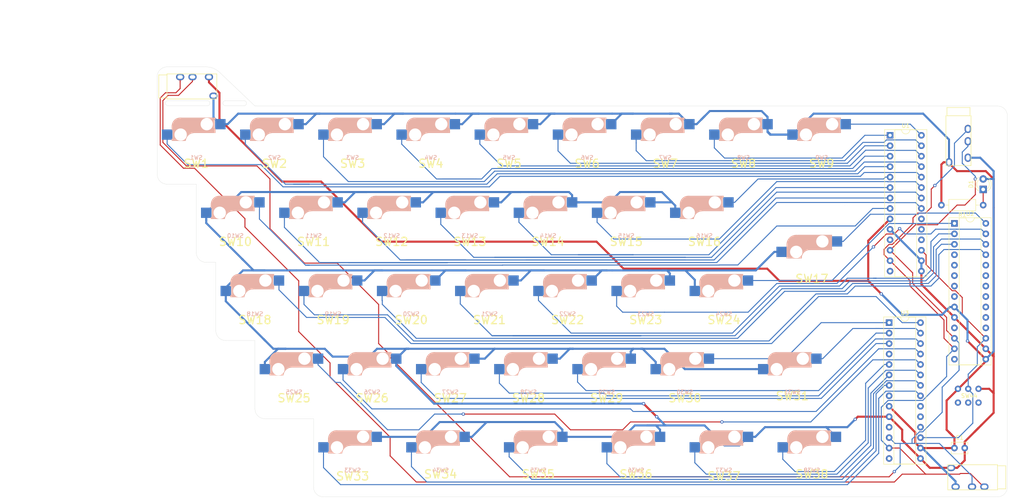
<source format=kicad_pcb>
(kicad_pcb (version 20171130) (host pcbnew 5.1.2-f72e74a~84~ubuntu18.04.1)
  (layers (0 F.Cu signal) (31 B.Cu signal) (34 B.Paste user) (35 F.Paste user) (36 B.SilkS user) (37 F.SilkS user) (38 B.Mask user) (39 F.Mask user) (44 Edge.Cuts user))
  (net 0 "")
  (net 1 GND)
  (net 2 SDA)
  (net 3 SCK)
  (net 4 SW1)
  (net 5 SW2)
  (net 6 SW3)
  (net 7 SW4)
  (net 8 SW5)
  (net 9 SW6)
  (net 10 SW7)
  (net 11 SW8)
  (net 12 SW9)
  (net 13 SW10)
  (net 14 SW11)
  (net 15 SW12)
  (net 16 SW13)
  (net 17 SW14)
  (net 18 SW15)
  (net 19 SW16)
  (net 20 SW17)
  (net 21 SW18)
  (net 22 SW19)
  (net 23 SW20)
  (net 24 SW21)
  (net 25 SW22)
  (net 26 SW23)
  (net 27 SW24)
  (net 28 SW25)
  (net 29 SW26)
  (net 30 SW27)
  (net 31 SW28)
  (net 32 SW29)
  (net 33 SW30)
  (net 34 SW31)
  (net 35 SW33)
  (net 36 SW34)
  (net 37 SW35)
  (net 38 SW36)
  (net 39 SW37)
  (net 40 SW38)
  (net 41 ADDR)
  (net 42 "Net-(U1-Pad14)")
  (net 43 "Net-(U1-Pad11)")
  (net 44 "Net-(U1-Pad20)")
  (net 45 "Net-(U1-Pad19)")
  (net 46 "Net-(U1-Pad18)")
  (net 47 "Net-(U2-Pad14)")
  (net 48 "Net-(U2-Pad11)")
  (net 49 "Net-(U2-Pad20)")
  (net 50 "Net-(U2-Pad19)")
  (net 51 "Net-(U2-Pad18)")
  (net 52 "Net-(U3-Pad14)")
  (net 53 "Net-(U3-Pad11)")
  (net 54 "Net-(U3-Pad20)")
  (net 55 "Net-(U3-Pad19)")
  (net 56 "Net-(U3-Pad18)")
  (net 57 "Net-(U2-Pad7)")
  (net 58 "Net-(U2-Pad24)")
  (net 59 "Net-(U2-Pad23)")
  (net 60 "Net-(U2-Pad22)")
  (net 61 "Net-(U2-Pad8)")
  (net 62 "Net-(U2-Pad21)")
  (net 63 "Net-(U2-Pad6)")
  (net 64 "Net-(U2-Pad5)")
  (net 65 "Net-(U2-Pad4)")
  (net 66 "Net-(D1-Pad1)")
  (net 67 VCC)
  (net 68 "Net-(SW44-Pad6)")
  (net 69 "Net-(SW44-Pad5)")
  (net 70 "Net-(SW44-Pad4)")
  (net 71 "Net-(U3-Pad8)")
  (net 72 "Net-(U3-Pad4)")
  (module Package_DIP:DIP-28_W7.62mm_Socket (layer F.Cu) (at 216.125 52.25)
    (fp_text reference U1 (at 3.81 -2.33) (layer F.SilkS))
    (fp_text value MCP23017_SP)
    (pad 28 thru_hole oval (at 7.62 0) (size 1.6 1.6) (drill 0.8) (layers *.Cu *.Mask) (net 12 SW9))
    (pad 14 thru_hole oval (at 0 33.02) (size 1.6 1.6) (drill 0.8) (layers *.Cu *.Mask) (net 42 "Net-(U1-Pad14)"))
    (pad 27 thru_hole oval (at 7.62 2.54) (size 1.6 1.6) (drill 0.8) (layers *.Cu *.Mask) (net 10 SW7))
    (pad 13 thru_hole oval (at 0 30.48) (size 1.6 1.6) (drill 0.8) (layers *.Cu *.Mask) (net 2 SDA))
    (pad 26 thru_hole oval (at 7.62 5.08) (size 1.6 1.6) (drill 0.8) (layers *.Cu *.Mask) (net 8 SW5))
    (pad 12 thru_hole oval (at 0 27.94) (size 1.6 1.6) (drill 0.8) (layers *.Cu *.Mask) (net 3 SCK))
    (pad 25 thru_hole oval (at 7.62 7.62) (size 1.6 1.6) (drill 0.8) (layers *.Cu *.Mask) (net 6 SW3))
    (pad 11 thru_hole oval (at 0 25.4) (size 1.6 1.6) (drill 0.8) (layers *.Cu *.Mask) (net 43 "Net-(U1-Pad11)"))
    (pad 24 thru_hole oval (at 7.62 10.16) (size 1.6 1.6) (drill 0.8) (layers *.Cu *.Mask) (net 4 SW1))
    (pad 10 thru_hole oval (at 0 22.86) (size 1.6 1.6) (drill 0.8) (layers *.Cu *.Mask) (net 1 GND))
    (pad 23 thru_hole oval (at 7.62 12.7) (size 1.6 1.6) (drill 0.8) (layers *.Cu *.Mask) (net 18 SW15))
    (pad 9 thru_hole oval (at 0 20.32) (size 1.6 1.6) (drill 0.8) (layers *.Cu *.Mask) (net 67 VCC))
    (pad 22 thru_hole oval (at 7.62 15.24) (size 1.6 1.6) (drill 0.8) (layers *.Cu *.Mask) (net 16 SW13))
    (pad 8 thru_hole oval (at 0 17.78) (size 1.6 1.6) (drill 0.8) (layers *.Cu *.Mask) (net 13 SW10))
    (pad 21 thru_hole oval (at 7.62 17.78) (size 1.6 1.6) (drill 0.8) (layers *.Cu *.Mask) (net 14 SW11))
    (pad 7 thru_hole oval (at 0 15.24) (size 1.6 1.6) (drill 0.8) (layers *.Cu *.Mask) (net 15 SW12))
    (pad 20 thru_hole oval (at 7.62 20.32) (size 1.6 1.6) (drill 0.8) (layers *.Cu *.Mask) (net 44 "Net-(U1-Pad20)"))
    (pad 6 thru_hole oval (at 0 12.7) (size 1.6 1.6) (drill 0.8) (layers *.Cu *.Mask) (net 17 SW14))
    (pad 19 thru_hole oval (at 7.62 22.86) (size 1.6 1.6) (drill 0.8) (layers *.Cu *.Mask) (net 45 "Net-(U1-Pad19)"))
    (pad 5 thru_hole oval (at 0 10.16) (size 1.6 1.6) (drill 0.8) (layers *.Cu *.Mask) (net 19 SW16))
    (pad 18 thru_hole oval (at 7.62 25.4) (size 1.6 1.6) (drill 0.8) (layers *.Cu *.Mask) (net 46 "Net-(U1-Pad18)"))
    (pad 4 thru_hole oval (at 0 7.62) (size 1.6 1.6) (drill 0.8) (layers *.Cu *.Mask) (net 5 SW2))
    (pad 17 thru_hole oval (at 7.62 27.94) (size 1.6 1.6) (drill 0.8) (layers *.Cu *.Mask) (net 41 ADDR))
    (pad 3 thru_hole oval (at 0 5.08) (size 1.6 1.6) (drill 0.8) (layers *.Cu *.Mask) (net 7 SW4))
    (pad 16 thru_hole oval (at 7.62 30.48) (size 1.6 1.6) (drill 0.8) (layers *.Cu *.Mask) (net 1 GND))
    (pad 2 thru_hole oval (at 0 2.54) (size 1.6 1.6) (drill 0.8) (layers *.Cu *.Mask) (net 9 SW6))
    (pad 15 thru_hole oval (at 7.62 33.02) (size 1.6 1.6) (drill 0.8) (layers *.Cu *.Mask) (net 1 GND))
    (pad 1 thru_hole rect (at 0 0) (size 1.6 1.6) (drill 0.8) (layers *.Cu *.Mask) (net 11 SW8))
  )
  (module MX_Socket:MXOnly-1.25U-Hotswap (layer F.Cu) (at 197.125 130.625)
    (fp_text reference SW38)
    (fp_text value SW_Push)
    (fp_text user %R (at 0 4) (layer F.SilkS) (effects (font (size 2 2) (thickness 0.3))))
    (fp_text user %R (at 0 3.048) (layer B.SilkS) (effects (justify mirror)))
    (pad 2 smd rect (at 5.842 -5.08) (size 2.55 2.5) (layers B.Cu B.Paste B.Mask) (net 1 GND))
    (pad 1 smd rect (at -7.085 -2.54) (size 2.55 2.5) (layers B.Cu B.Paste B.Mask) (net 40 SW38))
    (pad "" np_thru_hole circle (at 5.08 0 48.0996) (size 1.75 1.75) (drill 1.75) (layers *.Cu *.Mask))
    (pad "" np_thru_hole circle (at -5.08 0 48.0996) (size 1.75 1.75) (drill 1.75) (layers *.Cu *.Mask))
    (pad "" np_thru_hole circle (at -3.81 -2.54) (size 3 3) (drill 3) (layers *.Cu *.Mask))
    (pad "" np_thru_hole circle (at 0 0) (size 3.9878 3.9878) (drill 3.9878) (layers *.Cu *.Mask))
    (pad "" np_thru_hole circle (at 2.54 -5.08) (size 3 3) (drill 3) (layers *.Cu *.Mask))
  )
  (module MX_Socket:MXOnly-1U-Hotswap (layer F.Cu) (at 175.75 130.625)
    (fp_text reference SW37)
    (fp_text value SW_Push)
    (fp_text user %R (at 0 4.5) (layer F.SilkS) (effects (font (size 2 2) (thickness 0.3))))
    (fp_text user %R (at 0 3.048) (layer B.SilkS) (effects (justify mirror)))
    (pad 2 smd rect (at 5.842 -5.08) (size 2.55 2.5) (layers B.Cu B.Paste B.Mask) (net 1 GND))
    (pad 1 smd rect (at -7.085 -2.54) (size 2.55 2.5) (layers B.Cu B.Paste B.Mask) (net 39 SW37))
    (pad "" np_thru_hole circle (at 5.08 0 48.0996) (size 1.75 1.75) (drill 1.75) (layers *.Cu *.Mask))
    (pad "" np_thru_hole circle (at -5.08 0 48.0996) (size 1.75 1.75) (drill 1.75) (layers *.Cu *.Mask))
    (pad "" np_thru_hole circle (at -3.81 -2.54) (size 3 3) (drill 3) (layers *.Cu *.Mask))
    (pad "" np_thru_hole circle (at 0 0) (size 3.9878 3.9878) (drill 3.9878) (layers *.Cu *.Mask))
    (pad "" np_thru_hole circle (at 2.54 -5.08) (size 3 3) (drill 3) (layers *.Cu *.Mask))
  )
  (module MX_Socket:MXOnly-1.75U-Hotswap (layer F.Cu) (at 192.375 111.625)
    (fp_text reference SW31)
    (fp_text value SW_Push)
    (fp_text user %R (at 0 4) (layer F.SilkS) (effects (font (size 2 2) (thickness 0.3))))
    (fp_text user %R (at 0 3.048) (layer B.SilkS) (effects (justify mirror)))
    (pad 2 smd rect (at 5.842 -5.08) (size 2.55 2.5) (layers B.Cu B.Paste B.Mask) (net 34 SW31))
    (pad 1 smd rect (at -7.085 -2.54) (size 2.55 2.5) (layers B.Cu B.Paste B.Mask) (net 1 GND))
    (pad "" np_thru_hole circle (at 5.08 0 48.0996) (size 1.75 1.75) (drill 1.75) (layers *.Cu *.Mask))
    (pad "" np_thru_hole circle (at -5.08 0 48.0996) (size 1.75 1.75) (drill 1.75) (layers *.Cu *.Mask))
    (pad "" np_thru_hole circle (at -3.81 -2.54) (size 3 3) (drill 3) (layers *.Cu *.Mask))
    (pad "" np_thru_hole circle (at 0 0) (size 3.9878 3.9878) (drill 3.9878) (layers *.Cu *.Mask))
    (pad "" np_thru_hole circle (at 2.54 -5.08) (size 3 3) (drill 3) (layers *.Cu *.Mask))
  )
  (module MX_Socket:MXOnly-1U-Hotswap (layer F.Cu) (at 166.25 111.625)
    (fp_text reference SW30)
    (fp_text value SW_Push)
    (fp_text user %R (at 0 4.5) (layer F.SilkS) (effects (font (size 2 2) (thickness 0.3))))
    (fp_text user %R (at 0 3.048) (layer B.SilkS) (effects (justify mirror)))
    (pad 2 smd rect (at 5.842 -5.08) (size 2.55 2.5) (layers B.Cu B.Paste B.Mask) (net 33 SW30))
    (pad 1 smd rect (at -7.085 -2.54) (size 2.55 2.5) (layers B.Cu B.Paste B.Mask) (net 1 GND))
    (pad "" np_thru_hole circle (at 5.08 0 48.0996) (size 1.75 1.75) (drill 1.75) (layers *.Cu *.Mask))
    (pad "" np_thru_hole circle (at -5.08 0 48.0996) (size 1.75 1.75) (drill 1.75) (layers *.Cu *.Mask))
    (pad "" np_thru_hole circle (at -3.81 -2.54) (size 3 3) (drill 3) (layers *.Cu *.Mask))
    (pad "" np_thru_hole circle (at 0 0) (size 3.9878 3.9878) (drill 3.9878) (layers *.Cu *.Mask))
    (pad "" np_thru_hole circle (at 2.54 -5.08) (size 3 3) (drill 3) (layers *.Cu *.Mask))
  )
  (module MX_Socket:MXOnly-1U-Hotswap (layer F.Cu) (at 175.75 92.625)
    (fp_text reference SW24)
    (fp_text value SW_Push)
    (fp_text user %R (at 0 4.5) (layer F.SilkS) (effects (font (size 2 2) (thickness 0.3))))
    (fp_text user %R (at 0 3.048) (layer B.SilkS) (effects (justify mirror)))
    (pad 2 smd rect (at 5.842 -5.08) (size 2.55 2.5) (layers B.Cu B.Paste B.Mask) (net 27 SW24))
    (pad 1 smd rect (at -7.085 -2.54) (size 2.55 2.5) (layers B.Cu B.Paste B.Mask) (net 1 GND))
    (pad "" np_thru_hole circle (at 5.08 0 48.0996) (size 1.75 1.75) (drill 1.75) (layers *.Cu *.Mask))
    (pad "" np_thru_hole circle (at -5.08 0 48.0996) (size 1.75 1.75) (drill 1.75) (layers *.Cu *.Mask))
    (pad "" np_thru_hole circle (at -3.81 -2.54) (size 3 3) (drill 3) (layers *.Cu *.Mask))
    (pad "" np_thru_hole circle (at 0 0) (size 3.9878 3.9878) (drill 3.9878) (layers *.Cu *.Mask))
    (pad "" np_thru_hole circle (at 2.54 -5.08) (size 3 3) (drill 3) (layers *.Cu *.Mask))
  )
  (module MX_Socket:MXOnly-ISO-HotSwap (layer F.Cu) (at 197.125 83.125)
    (fp_text reference SW17)
    (fp_text value SW_Push)
    (fp_text user %R (at 0 4) (layer F.SilkS) (effects (font (size 2 2) (thickness 0.3))))
    (pad 1 smd rect (at -7.36 -2.54) (size 2.55 2.5) (layers B.Cu B.Paste B.Mask) (net 1 GND))
    (pad 2 smd rect (at 6.09 -5.08) (size 2.55 2.5) (layers B.Cu B.Paste B.Mask) (net 20 SW17))
    (pad "" np_thru_hole circle (at 8.255 -11.938) (size 3.9878 3.9878) (drill 3.9878) (layers *.Cu *.Mask))
    (pad "" np_thru_hole circle (at 8.255 11.938) (size 3.9878 3.9878) (drill 3.9878) (layers *.Cu *.Mask))
    (pad "" np_thru_hole circle (at -6.985 -11.938) (size 3.048 3.048) (drill 3.048) (layers *.Cu *.Mask))
    (pad "" np_thru_hole circle (at -6.985 11.938) (size 3.048 3.048) (drill 3.048) (layers *.Cu *.Mask))
    (pad "" np_thru_hole circle (at 5.08 0 48.0996) (size 1.75 1.75) (drill 1.75) (layers *.Cu *.Mask))
    (pad "" np_thru_hole circle (at -5.08 0 48.0996) (size 1.75 1.75) (drill 1.75) (layers *.Cu *.Mask))
    (pad "" np_thru_hole circle (at -3.81 -2.54) (size 3 3) (drill 3) (layers *.Cu *.Mask))
    (pad "" np_thru_hole circle (at 0 0) (size 3.9878 3.9878) (drill 3.9878) (layers *.Cu *.Mask))
    (pad "" np_thru_hole circle (at 2.54 -5.08) (size 3 3) (drill 3) (layers *.Cu *.Mask))
  )
  (module MX_Socket:MXOnly-1U-Hotswap (layer F.Cu) (at 171 73.625)
    (fp_text reference SW16)
    (fp_text value SW_Push)
    (fp_text user %R (at 0 4.5) (layer F.SilkS) (effects (font (size 2 2) (thickness 0.3))))
    (fp_text user %R (at 0 3.048) (layer B.SilkS) (effects (justify mirror)))
    (pad 2 smd rect (at 5.842 -5.08) (size 2.55 2.5) (layers B.Cu B.Paste B.Mask) (net 19 SW16))
    (pad 1 smd rect (at -7.085 -2.54) (size 2.55 2.5) (layers B.Cu B.Paste B.Mask) (net 1 GND))
    (pad "" np_thru_hole circle (at 5.08 0 48.0996) (size 1.75 1.75) (drill 1.75) (layers *.Cu *.Mask))
    (pad "" np_thru_hole circle (at -5.08 0 48.0996) (size 1.75 1.75) (drill 1.75) (layers *.Cu *.Mask))
    (pad "" np_thru_hole circle (at -3.81 -2.54) (size 3 3) (drill 3) (layers *.Cu *.Mask))
    (pad "" np_thru_hole circle (at 0 0) (size 3.9878 3.9878) (drill 3.9878) (layers *.Cu *.Mask))
    (pad "" np_thru_hole circle (at 2.54 -5.08) (size 3 3) (drill 3) (layers *.Cu *.Mask))
  )
  (module MX_Socket:MXOnly-1U-Hotswap (layer F.Cu) (at 199.5 54.625)
    (fp_text reference SW9)
    (fp_text value SW_Push)
    (fp_text user %R (at 0 4.5) (layer F.SilkS) (effects (font (size 2 2) (thickness 0.3))))
    (fp_text user %R (at 0 3.048) (layer B.SilkS) (effects (justify mirror)))
    (pad 2 smd rect (at 5.842 -5.08) (size 2.55 2.5) (layers B.Cu B.Paste B.Mask) (net 12 SW9))
    (pad 1 smd rect (at -7.085 -2.54) (size 2.55 2.5) (layers B.Cu B.Paste B.Mask) (net 1 GND))
    (pad "" np_thru_hole circle (at 5.08 0 48.0996) (size 1.75 1.75) (drill 1.75) (layers *.Cu *.Mask))
    (pad "" np_thru_hole circle (at -5.08 0 48.0996) (size 1.75 1.75) (drill 1.75) (layers *.Cu *.Mask))
    (pad "" np_thru_hole circle (at -3.81 -2.54) (size 3 3) (drill 3) (layers *.Cu *.Mask))
    (pad "" np_thru_hole circle (at 0 0) (size 3.9878 3.9878) (drill 3.9878) (layers *.Cu *.Mask))
    (pad "" np_thru_hole circle (at 2.54 -5.08) (size 3 3) (drill 3) (layers *.Cu *.Mask))
  )
  (module MX_Socket:MXOnly-1U-Hotswap (layer F.Cu) (at 180.5 54.625)
    (fp_text reference SW8)
    (fp_text value SW_Push)
    (fp_text user %R (at 0 4.5) (layer F.SilkS) (effects (font (size 2 2) (thickness 0.3))))
    (fp_text user %R (at 0 3.048) (layer B.SilkS) (effects (justify mirror)))
    (pad 2 smd rect (at 5.842 -5.08) (size 2.55 2.5) (layers B.Cu B.Paste B.Mask) (net 1 GND))
    (pad 1 smd rect (at -7.085 -2.54) (size 2.55 2.5) (layers B.Cu B.Paste B.Mask) (net 11 SW8))
    (pad "" np_thru_hole circle (at 5.08 0 48.0996) (size 1.75 1.75) (drill 1.75) (layers *.Cu *.Mask))
    (pad "" np_thru_hole circle (at -5.08 0 48.0996) (size 1.75 1.75) (drill 1.75) (layers *.Cu *.Mask))
    (pad "" np_thru_hole circle (at -3.81 -2.54) (size 3 3) (drill 3) (layers *.Cu *.Mask))
    (pad "" np_thru_hole circle (at 0 0) (size 3.9878 3.9878) (drill 3.9878) (layers *.Cu *.Mask))
    (pad "" np_thru_hole circle (at 2.54 -5.08) (size 3 3) (drill 3) (layers *.Cu *.Mask))
  )
  (module MX_Socket:MXOnly-1.25U-Hotswap (layer F.Cu) (at 106.875 130.625)
    (fp_text reference SW34)
    (fp_text value SW_Push)
    (fp_text user %R (at 0 4) (layer F.SilkS) (effects (font (size 2 2) (thickness 0.3))))
    (fp_text user %R (at 0 3.048) (layer B.SilkS) (effects (justify mirror)))
    (pad 2 smd rect (at 5.842 -5.08) (size 2.55 2.5) (layers B.Cu B.Paste B.Mask) (net 1 GND))
    (pad 1 smd rect (at -7.085 -2.54) (size 2.55 2.5) (layers B.Cu B.Paste B.Mask) (net 36 SW34))
    (pad "" np_thru_hole circle (at 5.08 0 48.0996) (size 1.75 1.75) (drill 1.75) (layers *.Cu *.Mask))
    (pad "" np_thru_hole circle (at -5.08 0 48.0996) (size 1.75 1.75) (drill 1.75) (layers *.Cu *.Mask))
    (pad "" np_thru_hole circle (at -3.81 -2.54) (size 3 3) (drill 3) (layers *.Cu *.Mask))
    (pad "" np_thru_hole circle (at 0 0) (size 3.9878 3.9878) (drill 3.9878) (layers *.Cu *.Mask))
    (pad "" np_thru_hole circle (at 2.54 -5.08) (size 3 3) (drill 3) (layers *.Cu *.Mask))
  )
  (module lib:SlideSwitch_IS2235 (layer F.Cu) (at 235.125 115.57)
    (fp_text reference SW44 (at 0.254 0) (layer F.SilkS))
    (fp_text value SW_DPDT_x2)
    (pad 6 thru_hole circle (at 2.5 1.65) (size 1.524 1.524) (drill 0.762) (layers *.Cu *.Mask) (net 68 "Net-(SW44-Pad6)"))
    (pad 5 thru_hole circle (at 0 1.65) (size 1.524 1.524) (drill 0.762) (layers *.Cu *.Mask) (net 69 "Net-(SW44-Pad5)"))
    (pad 4 thru_hole circle (at -2.5 1.65) (size 1.524 1.524) (drill 0.762) (layers *.Cu *.Mask) (net 70 "Net-(SW44-Pad4)"))
    (pad 3 thru_hole circle (at 2.5 -1.7) (size 1.524 1.524) (drill 0.762) (layers *.Cu *.Mask) (net 1 GND))
    (pad 2 thru_hole circle (at 0 -1.7) (size 1.524 1.524) (drill 0.762) (layers *.Cu *.Mask) (net 41 ADDR))
    (pad 1 thru_hole circle (at -2.5 -1.7) (size 1.524 1.524) (drill 0.762) (layers *.Cu *.Mask) (net 67 VCC))
  )
  (module MX_Socket:MXOnly-1U-Hotswap (layer F.Cu) (at 104.5 54.625)
    (fp_text reference SW4)
    (fp_text value SW_Push)
    (fp_text user %R (at 0 4.5) (layer F.SilkS) (effects (font (size 2 2) (thickness 0.3))))
    (fp_text user %R (at 0 3.048) (layer B.SilkS) (effects (justify mirror)))
    (pad 2 smd rect (at 5.842 -5.08) (size 2.55 2.5) (layers B.Cu B.Paste B.Mask) (net 1 GND))
    (pad 1 smd rect (at -7.085 -2.54) (size 2.55 2.5) (layers B.Cu B.Paste B.Mask) (net 7 SW4))
    (pad "" np_thru_hole circle (at 5.08 0 48.0996) (size 1.75 1.75) (drill 1.75) (layers *.Cu *.Mask))
    (pad "" np_thru_hole circle (at -5.08 0 48.0996) (size 1.75 1.75) (drill 1.75) (layers *.Cu *.Mask))
    (pad "" np_thru_hole circle (at -3.81 -2.54) (size 3 3) (drill 3) (layers *.Cu *.Mask))
    (pad "" np_thru_hole circle (at 0 0) (size 3.9878 3.9878) (drill 3.9878) (layers *.Cu *.Mask))
    (pad "" np_thru_hole circle (at 2.54 -5.08) (size 3 3) (drill 3) (layers *.Cu *.Mask))
  )
  (module MX_Socket:MXOnly-1U-Hotswap (layer F.Cu) (at 123.5 54.625)
    (fp_text reference SW5)
    (fp_text value SW_Push)
    (fp_text user %R (at 0 4.5) (layer F.SilkS) (effects (font (size 2 2) (thickness 0.3))))
    (fp_text user %R (at 0 3.048) (layer B.SilkS) (effects (justify mirror)))
    (pad 2 smd rect (at 5.842 -5.08) (size 2.55 2.5) (layers B.Cu B.Paste B.Mask) (net 1 GND))
    (pad 1 smd rect (at -7.085 -2.54) (size 2.55 2.5) (layers B.Cu B.Paste B.Mask) (net 8 SW5))
    (pad "" np_thru_hole circle (at 5.08 0 48.0996) (size 1.75 1.75) (drill 1.75) (layers *.Cu *.Mask))
    (pad "" np_thru_hole circle (at -5.08 0 48.0996) (size 1.75 1.75) (drill 1.75) (layers *.Cu *.Mask))
    (pad "" np_thru_hole circle (at -3.81 -2.54) (size 3 3) (drill 3) (layers *.Cu *.Mask))
    (pad "" np_thru_hole circle (at 0 0) (size 3.9878 3.9878) (drill 3.9878) (layers *.Cu *.Mask))
    (pad "" np_thru_hole circle (at 2.54 -5.08) (size 3 3) (drill 3) (layers *.Cu *.Mask))
  )
  (module MX_Socket:MXOnly-1U-Hotswap (layer F.Cu) (at 142.5 54.625)
    (fp_text reference SW6)
    (fp_text value SW_Push)
    (fp_text user %R (at 0 4.5) (layer F.SilkS) (effects (font (size 2 2) (thickness 0.3))))
    (fp_text user %R (at 0 3.048) (layer B.SilkS) (effects (justify mirror)))
    (pad 2 smd rect (at 5.842 -5.08) (size 2.55 2.5) (layers B.Cu B.Paste B.Mask) (net 1 GND))
    (pad 1 smd rect (at -7.085 -2.54) (size 2.55 2.5) (layers B.Cu B.Paste B.Mask) (net 9 SW6))
    (pad "" np_thru_hole circle (at 5.08 0 48.0996) (size 1.75 1.75) (drill 1.75) (layers *.Cu *.Mask))
    (pad "" np_thru_hole circle (at -5.08 0 48.0996) (size 1.75 1.75) (drill 1.75) (layers *.Cu *.Mask))
    (pad "" np_thru_hole circle (at -3.81 -2.54) (size 3 3) (drill 3) (layers *.Cu *.Mask))
    (pad "" np_thru_hole circle (at 0 0) (size 3.9878 3.9878) (drill 3.9878) (layers *.Cu *.Mask))
    (pad "" np_thru_hole circle (at 2.54 -5.08) (size 3 3) (drill 3) (layers *.Cu *.Mask))
  )
  (module MX_Socket:MXOnly-1U-Hotswap (layer F.Cu) (at 147.25 111.625)
    (fp_text reference SW29)
    (fp_text value SW_Push)
    (fp_text user %R (at 0 4.5) (layer F.SilkS) (effects (font (size 2 2) (thickness 0.3))))
    (fp_text user %R (at 0 3.048) (layer B.SilkS) (effects (justify mirror)))
    (pad 2 smd rect (at 5.842 -5.08) (size 2.55 2.5) (layers B.Cu B.Paste B.Mask) (net 1 GND))
    (pad 1 smd rect (at -7.085 -2.54) (size 2.55 2.5) (layers B.Cu B.Paste B.Mask) (net 32 SW29))
    (pad "" np_thru_hole circle (at 5.08 0 48.0996) (size 1.75 1.75) (drill 1.75) (layers *.Cu *.Mask))
    (pad "" np_thru_hole circle (at -5.08 0 48.0996) (size 1.75 1.75) (drill 1.75) (layers *.Cu *.Mask))
    (pad "" np_thru_hole circle (at -3.81 -2.54) (size 3 3) (drill 3) (layers *.Cu *.Mask))
    (pad "" np_thru_hole circle (at 0 0) (size 3.9878 3.9878) (drill 3.9878) (layers *.Cu *.Mask))
    (pad "" np_thru_hole circle (at 2.54 -5.08) (size 3 3) (drill 3) (layers *.Cu *.Mask))
  )
  (module MX_Socket:MXOnly-1U-Hotswap (layer F.Cu) (at 85.5 130.625)
    (fp_text reference SW33)
    (fp_text value SW_Push)
    (fp_text user %R (at 0 4.5) (layer F.SilkS) (effects (font (size 2 2) (thickness 0.3))))
    (fp_text user %R (at 0 3.048) (layer B.SilkS) (effects (justify mirror)))
    (pad 2 smd rect (at 5.842 -5.08) (size 2.55 2.5) (layers B.Cu B.Paste B.Mask) (net 1 GND))
    (pad 1 smd rect (at -7.085 -2.54) (size 2.55 2.5) (layers B.Cu B.Paste B.Mask) (net 35 SW33))
    (pad "" np_thru_hole circle (at 5.08 0 48.0996) (size 1.75 1.75) (drill 1.75) (layers *.Cu *.Mask))
    (pad "" np_thru_hole circle (at -5.08 0 48.0996) (size 1.75 1.75) (drill 1.75) (layers *.Cu *.Mask))
    (pad "" np_thru_hole circle (at -3.81 -2.54) (size 3 3) (drill 3) (layers *.Cu *.Mask))
    (pad "" np_thru_hole circle (at 0 0) (size 3.9878 3.9878) (drill 3.9878) (layers *.Cu *.Mask))
    (pad "" np_thru_hole circle (at 2.54 -5.08) (size 3 3) (drill 3) (layers *.Cu *.Mask))
  )
  (module MX_Socket:MXOnly-1U-Hotswap (layer F.Cu) (at 128.25 111.625)
    (fp_text reference SW28)
    (fp_text value SW_Push)
    (fp_text user %R (at 0 4.5) (layer F.SilkS) (effects (font (size 2 2) (thickness 0.3))))
    (fp_text user %R (at 0 3.048) (layer B.SilkS) (effects (justify mirror)))
    (pad 2 smd rect (at 5.842 -5.08) (size 2.55 2.5) (layers B.Cu B.Paste B.Mask) (net 1 GND))
    (pad 1 smd rect (at -7.085 -2.54) (size 2.55 2.5) (layers B.Cu B.Paste B.Mask) (net 31 SW28))
    (pad "" np_thru_hole circle (at 5.08 0 48.0996) (size 1.75 1.75) (drill 1.75) (layers *.Cu *.Mask))
    (pad "" np_thru_hole circle (at -5.08 0 48.0996) (size 1.75 1.75) (drill 1.75) (layers *.Cu *.Mask))
    (pad "" np_thru_hole circle (at -3.81 -2.54) (size 3 3) (drill 3) (layers *.Cu *.Mask))
    (pad "" np_thru_hole circle (at 0 0) (size 3.9878 3.9878) (drill 3.9878) (layers *.Cu *.Mask))
    (pad "" np_thru_hole circle (at 2.54 -5.08) (size 3 3) (drill 3) (layers *.Cu *.Mask))
  )
  (module MX_Socket:MXOnly-1U-Hotswap (layer F.Cu) (at 109.25 111.625)
    (fp_text reference SW27)
    (fp_text value SW_Push)
    (fp_text user %R (at 0 4.5) (layer F.SilkS) (effects (font (size 2 2) (thickness 0.3))))
    (fp_text user %R (at 0 3.048) (layer B.SilkS) (effects (justify mirror)))
    (pad 2 smd rect (at 5.842 -5.08) (size 2.55 2.5) (layers B.Cu B.Paste B.Mask) (net 1 GND))
    (pad 1 smd rect (at -7.085 -2.54) (size 2.55 2.5) (layers B.Cu B.Paste B.Mask) (net 30 SW27))
    (pad "" np_thru_hole circle (at 5.08 0 48.0996) (size 1.75 1.75) (drill 1.75) (layers *.Cu *.Mask))
    (pad "" np_thru_hole circle (at -5.08 0 48.0996) (size 1.75 1.75) (drill 1.75) (layers *.Cu *.Mask))
    (pad "" np_thru_hole circle (at -3.81 -2.54) (size 3 3) (drill 3) (layers *.Cu *.Mask))
    (pad "" np_thru_hole circle (at 0 0) (size 3.9878 3.9878) (drill 3.9878) (layers *.Cu *.Mask))
    (pad "" np_thru_hole circle (at 2.54 -5.08) (size 3 3) (drill 3) (layers *.Cu *.Mask))
  )
  (module MX_Socket:MXOnly-1U-Hotswap (layer F.Cu) (at 90.25 111.625)
    (fp_text reference SW26)
    (fp_text value SW_Push)
    (fp_text user %R (at 0 4.5) (layer F.SilkS) (effects (font (size 2 2) (thickness 0.3))))
    (fp_text user %R (at 0 3.048) (layer B.SilkS) (effects (justify mirror)))
    (pad 2 smd rect (at 5.842 -5.08) (size 2.55 2.5) (layers B.Cu B.Paste B.Mask) (net 1 GND))
    (pad 1 smd rect (at -7.085 -2.54) (size 2.55 2.5) (layers B.Cu B.Paste B.Mask) (net 29 SW26))
    (pad "" np_thru_hole circle (at 5.08 0 48.0996) (size 1.75 1.75) (drill 1.75) (layers *.Cu *.Mask))
    (pad "" np_thru_hole circle (at -5.08 0 48.0996) (size 1.75 1.75) (drill 1.75) (layers *.Cu *.Mask))
    (pad "" np_thru_hole circle (at -3.81 -2.54) (size 3 3) (drill 3) (layers *.Cu *.Mask))
    (pad "" np_thru_hole circle (at 0 0) (size 3.9878 3.9878) (drill 3.9878) (layers *.Cu *.Mask))
    (pad "" np_thru_hole circle (at 2.54 -5.08) (size 3 3) (drill 3) (layers *.Cu *.Mask))
  )
  (module MX_Socket:MXOnly-1U-Hotswap (layer F.Cu) (at 71.25 111.625)
    (fp_text reference SW25)
    (fp_text value SW_Push)
    (fp_text user %R (at 0 4.5) (layer F.SilkS) (effects (font (size 2 2) (thickness 0.3))))
    (fp_text user %R (at 0 3.048) (layer B.SilkS) (effects (justify mirror)))
    (pad 2 smd rect (at 5.842 -5.08) (size 2.55 2.5) (layers B.Cu B.Paste B.Mask) (net 28 SW25))
    (pad 1 smd rect (at -7.085 -2.54) (size 2.55 2.5) (layers B.Cu B.Paste B.Mask) (net 1 GND))
    (pad "" np_thru_hole circle (at 5.08 0 48.0996) (size 1.75 1.75) (drill 1.75) (layers *.Cu *.Mask))
    (pad "" np_thru_hole circle (at -5.08 0 48.0996) (size 1.75 1.75) (drill 1.75) (layers *.Cu *.Mask))
    (pad "" np_thru_hole circle (at -3.81 -2.54) (size 3 3) (drill 3) (layers *.Cu *.Mask))
    (pad "" np_thru_hole circle (at 0 0) (size 3.9878 3.9878) (drill 3.9878) (layers *.Cu *.Mask))
    (pad "" np_thru_hole circle (at 2.54 -5.08) (size 3 3) (drill 3) (layers *.Cu *.Mask))
  )
  (module MX_Socket:MXOnly-1U-Hotswap (layer F.Cu) (at 156.75 92.625)
    (fp_text reference SW23)
    (fp_text value SW_Push)
    (fp_text user %R (at 0 4.5) (layer F.SilkS) (effects (font (size 2 2) (thickness 0.3))))
    (fp_text user %R (at 0 3.048) (layer B.SilkS) (effects (justify mirror)))
    (pad 2 smd rect (at 5.842 -5.08) (size 2.55 2.5) (layers B.Cu B.Paste B.Mask) (net 1 GND))
    (pad 1 smd rect (at -7.085 -2.54) (size 2.55 2.5) (layers B.Cu B.Paste B.Mask) (net 26 SW23))
    (pad "" np_thru_hole circle (at 5.08 0 48.0996) (size 1.75 1.75) (drill 1.75) (layers *.Cu *.Mask))
    (pad "" np_thru_hole circle (at -5.08 0 48.0996) (size 1.75 1.75) (drill 1.75) (layers *.Cu *.Mask))
    (pad "" np_thru_hole circle (at -3.81 -2.54) (size 3 3) (drill 3) (layers *.Cu *.Mask))
    (pad "" np_thru_hole circle (at 0 0) (size 3.9878 3.9878) (drill 3.9878) (layers *.Cu *.Mask))
    (pad "" np_thru_hole circle (at 2.54 -5.08) (size 3 3) (drill 3) (layers *.Cu *.Mask))
  )
  (module MX_Socket:MXOnly-1U-Hotswap (layer F.Cu) (at 137.75 92.625)
    (fp_text reference SW22)
    (fp_text value SW_Push)
    (fp_text user %R (at 0 4.5) (layer F.SilkS) (effects (font (size 2 2) (thickness 0.3))))
    (fp_text user %R (at 0 3.048) (layer B.SilkS) (effects (justify mirror)))
    (pad 2 smd rect (at 5.842 -5.08) (size 2.55 2.5) (layers B.Cu B.Paste B.Mask) (net 1 GND))
    (pad 1 smd rect (at -7.085 -2.54) (size 2.55 2.5) (layers B.Cu B.Paste B.Mask) (net 25 SW22))
    (pad "" np_thru_hole circle (at 5.08 0 48.0996) (size 1.75 1.75) (drill 1.75) (layers *.Cu *.Mask))
    (pad "" np_thru_hole circle (at -5.08 0 48.0996) (size 1.75 1.75) (drill 1.75) (layers *.Cu *.Mask))
    (pad "" np_thru_hole circle (at -3.81 -2.54) (size 3 3) (drill 3) (layers *.Cu *.Mask))
    (pad "" np_thru_hole circle (at 0 0) (size 3.9878 3.9878) (drill 3.9878) (layers *.Cu *.Mask))
    (pad "" np_thru_hole circle (at 2.54 -5.08) (size 3 3) (drill 3) (layers *.Cu *.Mask))
  )
  (module MX_Socket:MXOnly-1U-Hotswap (layer F.Cu) (at 118.75 92.625)
    (fp_text reference SW21)
    (fp_text value SW_Push)
    (fp_text user %R (at 0 4.5) (layer F.SilkS) (effects (font (size 2 2) (thickness 0.3))))
    (fp_text user %R (at 0 3.048) (layer B.SilkS) (effects (justify mirror)))
    (pad 2 smd rect (at 5.842 -5.08) (size 2.55 2.5) (layers B.Cu B.Paste B.Mask) (net 1 GND))
    (pad 1 smd rect (at -7.085 -2.54) (size 2.55 2.5) (layers B.Cu B.Paste B.Mask) (net 24 SW21))
    (pad "" np_thru_hole circle (at 5.08 0 48.0996) (size 1.75 1.75) (drill 1.75) (layers *.Cu *.Mask))
    (pad "" np_thru_hole circle (at -5.08 0 48.0996) (size 1.75 1.75) (drill 1.75) (layers *.Cu *.Mask))
    (pad "" np_thru_hole circle (at -3.81 -2.54) (size 3 3) (drill 3) (layers *.Cu *.Mask))
    (pad "" np_thru_hole circle (at 0 0) (size 3.9878 3.9878) (drill 3.9878) (layers *.Cu *.Mask))
    (pad "" np_thru_hole circle (at 2.54 -5.08) (size 3 3) (drill 3) (layers *.Cu *.Mask))
  )
  (module MX_Socket:MXOnly-1U-Hotswap (layer F.Cu) (at 99.75 92.625)
    (fp_text reference SW20)
    (fp_text value SW_Push)
    (fp_text user %R (at 0 4.5) (layer F.SilkS) (effects (font (size 2 2) (thickness 0.3))))
    (fp_text user %R (at 0 3.048) (layer B.SilkS) (effects (justify mirror)))
    (pad 2 smd rect (at 5.842 -5.08) (size 2.55 2.5) (layers B.Cu B.Paste B.Mask) (net 1 GND))
    (pad 1 smd rect (at -7.085 -2.54) (size 2.55 2.5) (layers B.Cu B.Paste B.Mask) (net 23 SW20))
    (pad "" np_thru_hole circle (at 5.08 0 48.0996) (size 1.75 1.75) (drill 1.75) (layers *.Cu *.Mask))
    (pad "" np_thru_hole circle (at -5.08 0 48.0996) (size 1.75 1.75) (drill 1.75) (layers *.Cu *.Mask))
    (pad "" np_thru_hole circle (at -3.81 -2.54) (size 3 3) (drill 3) (layers *.Cu *.Mask))
    (pad "" np_thru_hole circle (at 0 0) (size 3.9878 3.9878) (drill 3.9878) (layers *.Cu *.Mask))
    (pad "" np_thru_hole circle (at 2.54 -5.08) (size 3 3) (drill 3) (layers *.Cu *.Mask))
  )
  (module MX_Socket:MXOnly-1U-Hotswap (layer F.Cu) (at 80.75 92.625)
    (fp_text reference SW19)
    (fp_text value SW_Push)
    (fp_text user %R (at 0 4.5) (layer F.SilkS) (effects (font (size 2 2) (thickness 0.3))))
    (fp_text user %R (at 0 3.048) (layer B.SilkS) (effects (justify mirror)))
    (pad 2 smd rect (at 5.842 -5.08) (size 2.55 2.5) (layers B.Cu B.Paste B.Mask) (net 1 GND))
    (pad 1 smd rect (at -7.085 -2.54) (size 2.55 2.5) (layers B.Cu B.Paste B.Mask) (net 22 SW19))
    (pad "" np_thru_hole circle (at 5.08 0 48.0996) (size 1.75 1.75) (drill 1.75) (layers *.Cu *.Mask))
    (pad "" np_thru_hole circle (at -5.08 0 48.0996) (size 1.75 1.75) (drill 1.75) (layers *.Cu *.Mask))
    (pad "" np_thru_hole circle (at -3.81 -2.54) (size 3 3) (drill 3) (layers *.Cu *.Mask))
    (pad "" np_thru_hole circle (at 0 0) (size 3.9878 3.9878) (drill 3.9878) (layers *.Cu *.Mask))
    (pad "" np_thru_hole circle (at 2.54 -5.08) (size 3 3) (drill 3) (layers *.Cu *.Mask))
  )
  (module MX_Socket:MXOnly-1U-Hotswap (layer F.Cu) (at 61.75 92.625)
    (fp_text reference SW18)
    (fp_text value SW_Push)
    (fp_text user %R (at 0 4.5) (layer F.SilkS) (effects (font (size 2 2) (thickness 0.3))))
    (fp_text user %R (at 0 3.048) (layer B.SilkS) (effects (justify mirror)))
    (pad 2 smd rect (at 5.842 -5.08) (size 2.55 2.5) (layers B.Cu B.Paste B.Mask) (net 21 SW18))
    (pad 1 smd rect (at -7.085 -2.54) (size 2.55 2.5) (layers B.Cu B.Paste B.Mask) (net 1 GND))
    (pad "" np_thru_hole circle (at 5.08 0 48.0996) (size 1.75 1.75) (drill 1.75) (layers *.Cu *.Mask))
    (pad "" np_thru_hole circle (at -5.08 0 48.0996) (size 1.75 1.75) (drill 1.75) (layers *.Cu *.Mask))
    (pad "" np_thru_hole circle (at -3.81 -2.54) (size 3 3) (drill 3) (layers *.Cu *.Mask))
    (pad "" np_thru_hole circle (at 0 0) (size 3.9878 3.9878) (drill 3.9878) (layers *.Cu *.Mask))
    (pad "" np_thru_hole circle (at 2.54 -5.08) (size 3 3) (drill 3) (layers *.Cu *.Mask))
  )
  (module MX_Socket:MXOnly-1U-Hotswap (layer F.Cu) (at 152 73.625)
    (fp_text reference SW15)
    (fp_text value SW_Push)
    (fp_text user %R (at 0 4.5) (layer F.SilkS) (effects (font (size 2 2) (thickness 0.3))))
    (fp_text user %R (at 0 3.048) (layer B.SilkS) (effects (justify mirror)))
    (pad 2 smd rect (at 5.842 -5.08) (size 2.55 2.5) (layers B.Cu B.Paste B.Mask) (net 1 GND))
    (pad 1 smd rect (at -7.085 -2.54) (size 2.55 2.5) (layers B.Cu B.Paste B.Mask) (net 18 SW15))
    (pad "" np_thru_hole circle (at 5.08 0 48.0996) (size 1.75 1.75) (drill 1.75) (layers *.Cu *.Mask))
    (pad "" np_thru_hole circle (at -5.08 0 48.0996) (size 1.75 1.75) (drill 1.75) (layers *.Cu *.Mask))
    (pad "" np_thru_hole circle (at -3.81 -2.54) (size 3 3) (drill 3) (layers *.Cu *.Mask))
    (pad "" np_thru_hole circle (at 0 0) (size 3.9878 3.9878) (drill 3.9878) (layers *.Cu *.Mask))
    (pad "" np_thru_hole circle (at 2.54 -5.08) (size 3 3) (drill 3) (layers *.Cu *.Mask))
  )
  (module MX_Socket:MXOnly-1U-Hotswap (layer F.Cu) (at 133 73.625)
    (fp_text reference SW14)
    (fp_text value SW_Push)
    (fp_text user %R (at 0 4.5) (layer F.SilkS) (effects (font (size 2 2) (thickness 0.3))))
    (fp_text user %R (at 0 3.048) (layer B.SilkS) (effects (justify mirror)))
    (pad 2 smd rect (at 5.842 -5.08) (size 2.55 2.5) (layers B.Cu B.Paste B.Mask) (net 1 GND))
    (pad 1 smd rect (at -7.085 -2.54) (size 2.55 2.5) (layers B.Cu B.Paste B.Mask) (net 17 SW14))
    (pad "" np_thru_hole circle (at 5.08 0 48.0996) (size 1.75 1.75) (drill 1.75) (layers *.Cu *.Mask))
    (pad "" np_thru_hole circle (at -5.08 0 48.0996) (size 1.75 1.75) (drill 1.75) (layers *.Cu *.Mask))
    (pad "" np_thru_hole circle (at -3.81 -2.54) (size 3 3) (drill 3) (layers *.Cu *.Mask))
    (pad "" np_thru_hole circle (at 0 0) (size 3.9878 3.9878) (drill 3.9878) (layers *.Cu *.Mask))
    (pad "" np_thru_hole circle (at 2.54 -5.08) (size 3 3) (drill 3) (layers *.Cu *.Mask))
  )
  (module MX_Socket:MXOnly-1U-Hotswap (layer F.Cu) (at 114 73.625)
    (fp_text reference SW13)
    (fp_text value SW_Push)
    (fp_text user %R (at 0 4.5) (layer F.SilkS) (effects (font (size 2 2) (thickness 0.3))))
    (fp_text user %R (at 0 3.048) (layer B.SilkS) (effects (justify mirror)))
    (pad 2 smd rect (at 5.842 -5.08) (size 2.55 2.5) (layers B.Cu B.Paste B.Mask) (net 1 GND))
    (pad 1 smd rect (at -7.085 -2.54) (size 2.55 2.5) (layers B.Cu B.Paste B.Mask) (net 16 SW13))
    (pad "" np_thru_hole circle (at 5.08 0 48.0996) (size 1.75 1.75) (drill 1.75) (layers *.Cu *.Mask))
    (pad "" np_thru_hole circle (at -5.08 0 48.0996) (size 1.75 1.75) (drill 1.75) (layers *.Cu *.Mask))
    (pad "" np_thru_hole circle (at -3.81 -2.54) (size 3 3) (drill 3) (layers *.Cu *.Mask))
    (pad "" np_thru_hole circle (at 0 0) (size 3.9878 3.9878) (drill 3.9878) (layers *.Cu *.Mask))
    (pad "" np_thru_hole circle (at 2.54 -5.08) (size 3 3) (drill 3) (layers *.Cu *.Mask))
  )
  (module MX_Socket:MXOnly-1U-Hotswap (layer F.Cu) (at 95 73.625)
    (fp_text reference SW12)
    (fp_text value SW_Push)
    (fp_text user %R (at 0 4.5) (layer F.SilkS) (effects (font (size 2 2) (thickness 0.3))))
    (fp_text user %R (at 0 3.048) (layer B.SilkS) (effects (justify mirror)))
    (pad 2 smd rect (at 5.842 -5.08) (size 2.55 2.5) (layers B.Cu B.Paste B.Mask) (net 1 GND))
    (pad 1 smd rect (at -7.085 -2.54) (size 2.55 2.5) (layers B.Cu B.Paste B.Mask) (net 15 SW12))
    (pad "" np_thru_hole circle (at 5.08 0 48.0996) (size 1.75 1.75) (drill 1.75) (layers *.Cu *.Mask))
    (pad "" np_thru_hole circle (at -5.08 0 48.0996) (size 1.75 1.75) (drill 1.75) (layers *.Cu *.Mask))
    (pad "" np_thru_hole circle (at -3.81 -2.54) (size 3 3) (drill 3) (layers *.Cu *.Mask))
    (pad "" np_thru_hole circle (at 0 0) (size 3.9878 3.9878) (drill 3.9878) (layers *.Cu *.Mask))
    (pad "" np_thru_hole circle (at 2.54 -5.08) (size 3 3) (drill 3) (layers *.Cu *.Mask))
  )
  (module MX_Socket:MXOnly-1U-Hotswap (layer F.Cu) (at 76 73.625)
    (fp_text reference SW11)
    (fp_text value SW_Push)
    (fp_text user %R (at 0 4.5) (layer F.SilkS) (effects (font (size 2 2) (thickness 0.3))))
    (fp_text user %R (at 0 3.048) (layer B.SilkS) (effects (justify mirror)))
    (pad 2 smd rect (at 5.842 -5.08) (size 2.55 2.5) (layers B.Cu B.Paste B.Mask) (net 1 GND))
    (pad 1 smd rect (at -7.085 -2.54) (size 2.55 2.5) (layers B.Cu B.Paste B.Mask) (net 14 SW11))
    (pad "" np_thru_hole circle (at 5.08 0 48.0996) (size 1.75 1.75) (drill 1.75) (layers *.Cu *.Mask))
    (pad "" np_thru_hole circle (at -5.08 0 48.0996) (size 1.75 1.75) (drill 1.75) (layers *.Cu *.Mask))
    (pad "" np_thru_hole circle (at -3.81 -2.54) (size 3 3) (drill 3) (layers *.Cu *.Mask))
    (pad "" np_thru_hole circle (at 0 0) (size 3.9878 3.9878) (drill 3.9878) (layers *.Cu *.Mask))
    (pad "" np_thru_hole circle (at 2.54 -5.08) (size 3 3) (drill 3) (layers *.Cu *.Mask))
  )
  (module MX_Socket:MXOnly-1U-Hotswap (layer F.Cu) (at 57 73.625)
    (fp_text reference SW10)
    (fp_text value SW_Push)
    (fp_text user %R (at 0 4.5) (layer F.SilkS) (effects (font (size 2 2) (thickness 0.3))))
    (fp_text user %R (at 0 3.048) (layer B.SilkS) (effects (justify mirror)))
    (pad 2 smd rect (at 5.842 -5.08) (size 2.55 2.5) (layers B.Cu B.Paste B.Mask) (net 13 SW10))
    (pad 1 smd rect (at -7.085 -2.54) (size 2.55 2.5) (layers B.Cu B.Paste B.Mask) (net 1 GND))
    (pad "" np_thru_hole circle (at 5.08 0 48.0996) (size 1.75 1.75) (drill 1.75) (layers *.Cu *.Mask))
    (pad "" np_thru_hole circle (at -5.08 0 48.0996) (size 1.75 1.75) (drill 1.75) (layers *.Cu *.Mask))
    (pad "" np_thru_hole circle (at -3.81 -2.54) (size 3 3) (drill 3) (layers *.Cu *.Mask))
    (pad "" np_thru_hole circle (at 0 0) (size 3.9878 3.9878) (drill 3.9878) (layers *.Cu *.Mask))
    (pad "" np_thru_hole circle (at 2.54 -5.08) (size 3 3) (drill 3) (layers *.Cu *.Mask))
  )
  (module MX_Socket:MXOnly-1U-Hotswap (layer F.Cu) (at 161.5 54.625)
    (fp_text reference SW7)
    (fp_text value SW_Push)
    (fp_text user %R (at 0 4.5) (layer F.SilkS) (effects (font (size 2 2) (thickness 0.3))))
    (fp_text user %R (at 0 3.048) (layer B.SilkS) (effects (justify mirror)))
    (pad 2 smd rect (at 5.842 -5.08) (size 2.55 2.5) (layers B.Cu B.Paste B.Mask) (net 1 GND))
    (pad 1 smd rect (at -7.085 -2.54) (size 2.55 2.5) (layers B.Cu B.Paste B.Mask) (net 10 SW7))
    (pad "" np_thru_hole circle (at 5.08 0 48.0996) (size 1.75 1.75) (drill 1.75) (layers *.Cu *.Mask))
    (pad "" np_thru_hole circle (at -5.08 0 48.0996) (size 1.75 1.75) (drill 1.75) (layers *.Cu *.Mask))
    (pad "" np_thru_hole circle (at -3.81 -2.54) (size 3 3) (drill 3) (layers *.Cu *.Mask))
    (pad "" np_thru_hole circle (at 0 0) (size 3.9878 3.9878) (drill 3.9878) (layers *.Cu *.Mask))
    (pad "" np_thru_hole circle (at 2.54 -5.08) (size 3 3) (drill 3) (layers *.Cu *.Mask))
  )
  (module MX_Socket:MXOnly-1U-Hotswap (layer F.Cu) (at 85.5 54.625)
    (fp_text reference SW3)
    (fp_text value SW_Push)
    (fp_text user %R (at 0 4.5) (layer F.SilkS) (effects (font (size 2 2) (thickness 0.3))))
    (fp_text user %R (at 0 3.048) (layer B.SilkS) (effects (justify mirror)))
    (pad 2 smd rect (at 5.842 -5.08) (size 2.55 2.5) (layers B.Cu B.Paste B.Mask) (net 1 GND))
    (pad 1 smd rect (at -7.085 -2.54) (size 2.55 2.5) (layers B.Cu B.Paste B.Mask) (net 6 SW3))
    (pad "" np_thru_hole circle (at 5.08 0 48.0996) (size 1.75 1.75) (drill 1.75) (layers *.Cu *.Mask))
    (pad "" np_thru_hole circle (at -5.08 0 48.0996) (size 1.75 1.75) (drill 1.75) (layers *.Cu *.Mask))
    (pad "" np_thru_hole circle (at -3.81 -2.54) (size 3 3) (drill 3) (layers *.Cu *.Mask))
    (pad "" np_thru_hole circle (at 0 0) (size 3.9878 3.9878) (drill 3.9878) (layers *.Cu *.Mask))
    (pad "" np_thru_hole circle (at 2.54 -5.08) (size 3 3) (drill 3) (layers *.Cu *.Mask))
  )
  (module MX_Socket:MXOnly-1U-Hotswap (layer F.Cu) (at 66.5 54.625)
    (fp_text reference SW2)
    (fp_text value SW_Push)
    (fp_text user %R (at 0 4.5) (layer F.SilkS) (effects (font (size 2 2) (thickness 0.3))))
    (fp_text user %R (at 0 3.048) (layer B.SilkS) (effects (justify mirror)))
    (pad 2 smd rect (at 5.842 -5.08) (size 2.55 2.5) (layers B.Cu B.Paste B.Mask) (net 1 GND))
    (pad 1 smd rect (at -7.085 -2.54) (size 2.55 2.5) (layers B.Cu B.Paste B.Mask) (net 5 SW2))
    (pad "" np_thru_hole circle (at 5.08 0 48.0996) (size 1.75 1.75) (drill 1.75) (layers *.Cu *.Mask))
    (pad "" np_thru_hole circle (at -5.08 0 48.0996) (size 1.75 1.75) (drill 1.75) (layers *.Cu *.Mask))
    (pad "" np_thru_hole circle (at -3.81 -2.54) (size 3 3) (drill 3) (layers *.Cu *.Mask))
    (pad "" np_thru_hole circle (at 0 0) (size 3.9878 3.9878) (drill 3.9878) (layers *.Cu *.Mask))
    (pad "" np_thru_hole circle (at 2.54 -5.08) (size 3 3) (drill 3) (layers *.Cu *.Mask))
  )
  (module MX_Socket:MXOnly-1U-Hotswap (layer F.Cu) (at 47.5 54.625)
    (fp_text reference SW1)
    (fp_text value SW_Push)
    (fp_text user %R (at 0 4.5) (layer F.SilkS) (effects (font (size 2 2) (thickness 0.3))))
    (fp_text user %R (at 0 3.048) (layer B.SilkS) (effects (justify mirror)))
    (pad 2 smd rect (at 5.842 -5.08) (size 2.55 2.5) (layers B.Cu B.Paste B.Mask) (net 1 GND))
    (pad 1 smd rect (at -7.085 -2.54) (size 2.55 2.5) (layers B.Cu B.Paste B.Mask) (net 4 SW1))
    (pad "" np_thru_hole circle (at 5.08 0 48.0996) (size 1.75 1.75) (drill 1.75) (layers *.Cu *.Mask))
    (pad "" np_thru_hole circle (at -5.08 0 48.0996) (size 1.75 1.75) (drill 1.75) (layers *.Cu *.Mask))
    (pad "" np_thru_hole circle (at -3.81 -2.54) (size 3 3) (drill 3) (layers *.Cu *.Mask))
    (pad "" np_thru_hole circle (at 0 0) (size 3.9878 3.9878) (drill 3.9878) (layers *.Cu *.Mask))
    (pad "" np_thru_hole circle (at 2.54 -5.08) (size 3 3) (drill 3) (layers *.Cu *.Mask))
  )
  (module lib:MountingHole_2.2mm_M2 (layer F.Cu) (at 71.25 102.125)
    (fp_text reference "" (at 0 -3.2) (layer F.SilkS))
    (fp_text value M2)
    (pad 1 np_thru_hole circle (at 0 0) (size 2.2 2.2) (drill 2.2) (layers *.Cu *.Mask))
  )
  (module Resistor_THT:R_Axial_DIN0207_L6.3mm_D2.5mm_P10.16mm_Horizontal (layer F.Cu) (at 238.76 69.215 180)
    (fp_text reference R1 (at 5.08 -2.37) (layer F.SilkS))
    (fp_text value R)
    (pad 2 thru_hole oval (at 10.16 0 180) (size 1.6 1.6) (drill 0.8) (layers *.Cu *.Mask) (net 1 GND))
    (pad 1 thru_hole circle (at 0 0 180) (size 1.6 1.6) (drill 0.8) (layers *.Cu *.Mask) (net 66 "Net-(D1-Pad1)"))
  )
  (module LED_THT:LED_D3.0mm (layer F.Cu) (at 238.76 65.405 90)
    (fp_text reference D1 (at 1.27 -2.96 90) (layer F.SilkS))
    (fp_text value LED)
    (pad 2 thru_hole circle (at 2.54 0 90) (size 1.8 1.8) (drill 0.9) (layers *.Cu *.Mask) (net 67 VCC))
    (pad 1 thru_hole rect (at 0 0 90) (size 1.8 1.8) (drill 0.9) (layers *.Cu *.Mask) (net 66 "Net-(D1-Pad1)"))
  )
  (module lib:MountingHole_2.2mm_M2 (layer F.Cu) (at 239.875 125.875)
    (fp_text reference "" (at 0 -3.2) (layer F.SilkS))
    (fp_text value M2)
    (pad 1 np_thru_hole circle (at 0 0) (size 2.2 2.2) (drill 2.2) (layers *.Cu *.Mask))
  )
  (module lib:MountingHole_2.2mm_M2 (layer F.Cu) (at 239.875 54.625)
    (fp_text reference "" (at 0 -3.2) (layer F.SilkS))
    (fp_text value M2)
    (pad 1 np_thru_hole circle (at 0 0) (size 2.2 2.2) (drill 2.2) (layers *.Cu *.Mask))
  )
  (module lib:MountingHole_2.2mm_M2 (layer F.Cu) (at 220.875 92.625)
    (fp_text reference "" (at 0 -3.2) (layer F.SilkS))
    (fp_text value M2)
    (pad 1 np_thru_hole circle (at 0 0) (size 2.2 2.2) (drill 2.2) (layers *.Cu *.Mask))
  )
  (module lib:MountingHole_2.2mm_M2 (layer F.Cu) (at 142.5 64.125)
    (fp_text reference "" (at 0 -3.2) (layer F.SilkS))
    (fp_text value M2)
    (pad 1 np_thru_hole circle (at 0 0) (size 2.2 2.2) (drill 2.2) (layers *.Cu *.Mask))
  )
  (module lib:MountingHole_2.2mm_M2 (layer F.Cu) (at 147.25 121.125)
    (fp_text reference "" (at 0 -3.2) (layer F.SilkS))
    (fp_text value M2)
    (pad 1 np_thru_hole circle (at 0 0) (size 2.2 2.2) (drill 2.2) (layers *.Cu *.Mask))
  )
  (module lib:MountingHole_2.2mm_M2 (layer F.Cu) (at 232.75 121.125)
    (fp_text reference "" (at 0 -3.2) (layer F.SilkS))
    (fp_text value M2)
    (pad 1 np_thru_hole circle (at 0 0) (size 2.2 2.2) (drill 2.2) (layers *.Cu *.Mask))
  )
  (module lib:MountingHole_2.2mm_M2 (layer F.Cu) (at 232.75 64.125)
    (fp_text reference "" (at 0 -3.2) (layer F.SilkS))
    (fp_text value M2)
    (pad 1 np_thru_hole circle (at 0 0) (size 2.2 2.2) (drill 2.2) (layers *.Cu *.Mask))
  )
  (module lib:MountingHole_2.2mm_M2 (layer F.Cu) (at 80.75 121.125)
    (fp_text reference "" (at 0 -3.2) (layer F.SilkS))
    (fp_text value M2)
    (pad 1 np_thru_hole circle (at 0 0) (size 2.2 2.2) (drill 2.2) (layers *.Cu *.Mask))
  )
  (module lib:MountingHole_2.2mm_M2 (layer F.Cu) (at 57 64.125)
    (fp_text reference "" (at 0 -3.2) (layer F.SilkS))
    (fp_text value M2)
    (pad 1 np_thru_hole circle (at 0 0) (size 2.2 2.2) (drill 2.2) (layers *.Cu *.Mask))
  )
  (module Package_DIP:DIP-28_W7.62mm_Socket (layer F.Cu) (at 215.9 97.79)
    (fp_text reference U3 (at 3.81 -2.33) (layer F.SilkS))
    (fp_text value MCP23017_SP)
    (pad 28 thru_hole oval (at 7.62 0) (size 1.6 1.6) (drill 0.8) (layers *.Cu *.Mask) (net 21 SW18))
    (pad 14 thru_hole oval (at 0 33.02) (size 1.6 1.6) (drill 0.8) (layers *.Cu *.Mask) (net 52 "Net-(U3-Pad14)"))
    (pad 27 thru_hole oval (at 7.62 2.54) (size 1.6 1.6) (drill 0.8) (layers *.Cu *.Mask) (net 34 SW31))
    (pad 13 thru_hole oval (at 0 30.48) (size 1.6 1.6) (drill 0.8) (layers *.Cu *.Mask) (net 2 SDA))
    (pad 26 thru_hole oval (at 7.62 5.08) (size 1.6 1.6) (drill 0.8) (layers *.Cu *.Mask) (net 31 SW28))
    (pad 12 thru_hole oval (at 0 27.94) (size 1.6 1.6) (drill 0.8) (layers *.Cu *.Mask) (net 3 SCK))
    (pad 25 thru_hole oval (at 7.62 7.62) (size 1.6 1.6) (drill 0.8) (layers *.Cu *.Mask) (net 29 SW26))
    (pad 11 thru_hole oval (at 0 25.4) (size 1.6 1.6) (drill 0.8) (layers *.Cu *.Mask) (net 53 "Net-(U3-Pad11)"))
    (pad 24 thru_hole oval (at 7.62 10.16) (size 1.6 1.6) (drill 0.8) (layers *.Cu *.Mask) (net 28 SW25))
    (pad 10 thru_hole oval (at 0 22.86) (size 1.6 1.6) (drill 0.8) (layers *.Cu *.Mask) (net 1 GND))
    (pad 23 thru_hole oval (at 7.62 12.7) (size 1.6 1.6) (drill 0.8) (layers *.Cu *.Mask) (net 39 SW37))
    (pad 9 thru_hole oval (at 0 20.32) (size 1.6 1.6) (drill 0.8) (layers *.Cu *.Mask) (net 67 VCC))
    (pad 22 thru_hole oval (at 7.62 15.24) (size 1.6 1.6) (drill 0.8) (layers *.Cu *.Mask) (net 37 SW35))
    (pad 8 thru_hole oval (at 0 17.78) (size 1.6 1.6) (drill 0.8) (layers *.Cu *.Mask) (net 71 "Net-(U3-Pad8)"))
    (pad 21 thru_hole oval (at 7.62 17.78) (size 1.6 1.6) (drill 0.8) (layers *.Cu *.Mask) (net 35 SW33))
    (pad 7 thru_hole oval (at 0 15.24) (size 1.6 1.6) (drill 0.8) (layers *.Cu *.Mask) (net 36 SW34))
    (pad 20 thru_hole oval (at 7.62 20.32) (size 1.6 1.6) (drill 0.8) (layers *.Cu *.Mask) (net 54 "Net-(U3-Pad20)"))
    (pad 6 thru_hole oval (at 0 12.7) (size 1.6 1.6) (drill 0.8) (layers *.Cu *.Mask) (net 38 SW36))
    (pad 19 thru_hole oval (at 7.62 22.86) (size 1.6 1.6) (drill 0.8) (layers *.Cu *.Mask) (net 55 "Net-(U3-Pad19)"))
    (pad 5 thru_hole oval (at 0 10.16) (size 1.6 1.6) (drill 0.8) (layers *.Cu *.Mask) (net 40 SW38))
    (pad 18 thru_hole oval (at 7.62 25.4) (size 1.6 1.6) (drill 0.8) (layers *.Cu *.Mask) (net 56 "Net-(U3-Pad18)"))
    (pad 4 thru_hole oval (at 0 7.62) (size 1.6 1.6) (drill 0.8) (layers *.Cu *.Mask) (net 72 "Net-(U3-Pad4)"))
    (pad 17 thru_hole oval (at 7.62 27.94) (size 1.6 1.6) (drill 0.8) (layers *.Cu *.Mask) (net 41 ADDR))
    (pad 3 thru_hole oval (at 0 5.08) (size 1.6 1.6) (drill 0.8) (layers *.Cu *.Mask) (net 30 SW27))
    (pad 16 thru_hole oval (at 7.62 30.48) (size 1.6 1.6) (drill 0.8) (layers *.Cu *.Mask) (net 67 VCC))
    (pad 2 thru_hole oval (at 0 2.54) (size 1.6 1.6) (drill 0.8) (layers *.Cu *.Mask) (net 32 SW29))
    (pad 15 thru_hole oval (at 7.62 33.02) (size 1.6 1.6) (drill 0.8) (layers *.Cu *.Mask) (net 1 GND))
    (pad 1 thru_hole rect (at 0 0) (size 1.6 1.6) (drill 0.8) (layers *.Cu *.Mask) (net 33 SW30))
  )
  (module Package_DIP:DIP-28_W7.62mm_Socket (layer F.Cu) (at 231.775 73.66)
    (fp_text reference U2 (at 3.81 -2.33) (layer F.SilkS))
    (fp_text value MCP23017_SP)
    (pad 28 thru_hole oval (at 7.62 0) (size 1.6 1.6) (drill 0.8) (layers *.Cu *.Mask) (net 20 SW17))
    (pad 14 thru_hole oval (at 0 33.02) (size 1.6 1.6) (drill 0.8) (layers *.Cu *.Mask) (net 47 "Net-(U2-Pad14)"))
    (pad 27 thru_hole oval (at 7.62 2.54) (size 1.6 1.6) (drill 0.8) (layers *.Cu *.Mask) (net 26 SW23))
    (pad 13 thru_hole oval (at 0 30.48) (size 1.6 1.6) (drill 0.8) (layers *.Cu *.Mask) (net 2 SDA))
    (pad 26 thru_hole oval (at 7.62 5.08) (size 1.6 1.6) (drill 0.8) (layers *.Cu *.Mask) (net 24 SW21))
    (pad 12 thru_hole oval (at 0 27.94) (size 1.6 1.6) (drill 0.8) (layers *.Cu *.Mask) (net 3 SCK))
    (pad 25 thru_hole oval (at 7.62 7.62) (size 1.6 1.6) (drill 0.8) (layers *.Cu *.Mask) (net 22 SW19))
    (pad 11 thru_hole oval (at 0 25.4) (size 1.6 1.6) (drill 0.8) (layers *.Cu *.Mask) (net 48 "Net-(U2-Pad11)"))
    (pad 24 thru_hole oval (at 7.62 10.16) (size 1.6 1.6) (drill 0.8) (layers *.Cu *.Mask) (net 58 "Net-(U2-Pad24)"))
    (pad 10 thru_hole oval (at 0 22.86) (size 1.6 1.6) (drill 0.8) (layers *.Cu *.Mask) (net 1 GND))
    (pad 23 thru_hole oval (at 7.62 12.7) (size 1.6 1.6) (drill 0.8) (layers *.Cu *.Mask) (net 59 "Net-(U2-Pad23)"))
    (pad 9 thru_hole oval (at 0 20.32) (size 1.6 1.6) (drill 0.8) (layers *.Cu *.Mask) (net 67 VCC))
    (pad 22 thru_hole oval (at 7.62 15.24) (size 1.6 1.6) (drill 0.8) (layers *.Cu *.Mask) (net 60 "Net-(U2-Pad22)"))
    (pad 8 thru_hole oval (at 0 17.78) (size 1.6 1.6) (drill 0.8) (layers *.Cu *.Mask) (net 61 "Net-(U2-Pad8)"))
    (pad 21 thru_hole oval (at 7.62 17.78) (size 1.6 1.6) (drill 0.8) (layers *.Cu *.Mask) (net 62 "Net-(U2-Pad21)"))
    (pad 7 thru_hole oval (at 0 15.24) (size 1.6 1.6) (drill 0.8) (layers *.Cu *.Mask) (net 57 "Net-(U2-Pad7)"))
    (pad 20 thru_hole oval (at 7.62 20.32) (size 1.6 1.6) (drill 0.8) (layers *.Cu *.Mask) (net 49 "Net-(U2-Pad20)"))
    (pad 6 thru_hole oval (at 0 12.7) (size 1.6 1.6) (drill 0.8) (layers *.Cu *.Mask) (net 63 "Net-(U2-Pad6)"))
    (pad 19 thru_hole oval (at 7.62 22.86) (size 1.6 1.6) (drill 0.8) (layers *.Cu *.Mask) (net 50 "Net-(U2-Pad19)"))
    (pad 5 thru_hole oval (at 0 10.16) (size 1.6 1.6) (drill 0.8) (layers *.Cu *.Mask) (net 64 "Net-(U2-Pad5)"))
    (pad 18 thru_hole oval (at 7.62 25.4) (size 1.6 1.6) (drill 0.8) (layers *.Cu *.Mask) (net 51 "Net-(U2-Pad18)"))
    (pad 4 thru_hole oval (at 0 7.62) (size 1.6 1.6) (drill 0.8) (layers *.Cu *.Mask) (net 65 "Net-(U2-Pad4)"))
    (pad 17 thru_hole oval (at 7.62 27.94) (size 1.6 1.6) (drill 0.8) (layers *.Cu *.Mask) (net 41 ADDR))
    (pad 3 thru_hole oval (at 0 5.08) (size 1.6 1.6) (drill 0.8) (layers *.Cu *.Mask) (net 23 SW20))
    (pad 16 thru_hole oval (at 7.62 30.48) (size 1.6 1.6) (drill 0.8) (layers *.Cu *.Mask) (net 1 GND))
    (pad 2 thru_hole oval (at 0 2.54) (size 1.6 1.6) (drill 0.8) (layers *.Cu *.Mask) (net 25 SW22))
    (pad 15 thru_hole oval (at 7.62 33.02) (size 1.6 1.6) (drill 0.8) (layers *.Cu *.Mask) (net 67 VCC))
    (pad 1 thru_hole rect (at 0 0) (size 1.6 1.6) (drill 0.8) (layers *.Cu *.Mask) (net 27 SW24))
  )
  (module MX_Socket:MXOnly-1.25U-Hotswap (layer F.Cu) (at 154.375 130.625)
    (fp_text reference SW36)
    (fp_text value SW_Push)
    (fp_text user %R (at 0 4) (layer F.SilkS) (effects (font (size 2 2) (thickness 0.3))))
    (fp_text user %R (at 0 3.048) (layer B.SilkS) (effects (justify mirror)))
    (pad 2 smd rect (at 5.842 -5.08) (size 2.55 2.5) (layers B.Cu B.Paste B.Mask) (net 1 GND))
    (pad 1 smd rect (at -7.085 -2.54) (size 2.55 2.5) (layers B.Cu B.Paste B.Mask) (net 38 SW36))
    (pad "" np_thru_hole circle (at 5.08 0 48.0996) (size 1.75 1.75) (drill 1.75) (layers *.Cu *.Mask))
    (pad "" np_thru_hole circle (at -5.08 0 48.0996) (size 1.75 1.75) (drill 1.75) (layers *.Cu *.Mask))
    (pad "" np_thru_hole circle (at -3.81 -2.54) (size 3 3) (drill 3) (layers *.Cu *.Mask))
    (pad "" np_thru_hole circle (at 0 0) (size 3.9878 3.9878) (drill 3.9878) (layers *.Cu *.Mask))
    (pad "" np_thru_hole circle (at 2.54 -5.08) (size 3 3) (drill 3) (layers *.Cu *.Mask))
  )
  (module MX_Socket:MXOnly-1.25U-Hotswap (layer F.Cu) (at 130.625 130.625)
    (fp_text reference SW35)
    (fp_text value SW_Push)
    (fp_text user %R (at 0 4) (layer F.SilkS) (effects (font (size 2 2) (thickness 0.3))))
    (fp_text user %R (at 0 3.048) (layer B.SilkS) (effects (justify mirror)))
    (pad 2 smd rect (at 5.842 -5.08) (size 2.55 2.5) (layers B.Cu B.Paste B.Mask) (net 1 GND))
    (pad 1 smd rect (at -7.085 -2.54) (size 2.55 2.5) (layers B.Cu B.Paste B.Mask) (net 37 SW35))
    (pad "" np_thru_hole circle (at 5.08 0 48.0996) (size 1.75 1.75) (drill 1.75) (layers *.Cu *.Mask))
    (pad "" np_thru_hole circle (at -5.08 0 48.0996) (size 1.75 1.75) (drill 1.75) (layers *.Cu *.Mask))
    (pad "" np_thru_hole circle (at -3.81 -2.54) (size 3 3) (drill 3) (layers *.Cu *.Mask))
    (pad "" np_thru_hole circle (at 0 0) (size 3.9878 3.9878) (drill 3.9878) (layers *.Cu *.Mask))
    (pad "" np_thru_hole circle (at 2.54 -5.08) (size 3 3) (drill 3) (layers *.Cu *.Mask))
  )
  (module lib:MJ-4PP-9 (layer F.Cu) (at 40.375 40.375 90)
    (fp_text reference J3)
    (fp_text value Modulo-Jack)
    (pad A thru_hole oval (at -2.3 11.3 90) (size 1.6 2) (drill oval 0.9 1.3) (layers *.Cu *.Mask) (net 1 GND))
    (pad D thru_hole oval (at 2.3 10.2 90) (size 1.6 2) (drill oval 0.9 1.3) (layers *.Cu *.Mask) (net 67 VCC))
    (pad B thru_hole oval (at 2.3 3.2 90) (size 1.6 2) (drill oval 0.9 1.3) (layers *.Cu *.Mask) (net 2 SDA))
    (pad "" np_thru_hole circle (at 0 8.6 90) (size 1.2 1.2) (drill 1.2) (layers *.Cu *.Mask))
    (pad "" np_thru_hole circle (at 0 1.6 90) (size 1.2 1.2) (drill 1.2) (layers *.Cu *.Mask))
    (pad C thru_hole oval (at 2.3 6.2 90) (size 1.6 2) (drill oval 0.9 1.3) (layers *.Cu *.Mask) (net 3 SCK))
  )
  (module lib:MJ-4PP-9 (layer F.Cu) (at 242.25 135.375 270)
    (fp_text reference J2)
    (fp_text value Modulo-Jack)
    (pad A thru_hole oval (at -2.3 11.3 270) (size 1.6 2) (drill oval 0.9 1.3) (layers *.Cu *.Mask) (net 1 GND))
    (pad D thru_hole oval (at 2.3 10.2 270) (size 1.6 2) (drill oval 0.9 1.3) (layers *.Cu *.Mask) (net 67 VCC))
    (pad B thru_hole oval (at 2.3 3.2 270) (size 1.6 2) (drill oval 0.9 1.3) (layers *.Cu *.Mask) (net 2 SDA))
    (pad "" np_thru_hole circle (at 0 8.6 270) (size 1.2 1.2) (drill 1.2) (layers *.Cu *.Mask))
    (pad "" np_thru_hole circle (at 0 1.6 270) (size 1.2 1.2) (drill 1.2) (layers *.Cu *.Mask))
    (pad C thru_hole oval (at 2.3 6.2 270) (size 1.6 2) (drill oval 0.9 1.3) (layers *.Cu *.Mask) (net 3 SCK))
  )
  (module lib:MJ-4PP-9 (layer F.Cu) (at 232.75 47.5)
    (fp_text reference J1)
    (fp_text value Modulo-Jack)
    (pad A thru_hole oval (at -2.3 11.3) (size 1.6 2) (drill oval 0.9 1.3) (layers *.Cu *.Mask) (net 1 GND))
    (pad D thru_hole oval (at 2.3 10.2) (size 1.6 2) (drill oval 0.9 1.3) (layers *.Cu *.Mask) (net 67 VCC))
    (pad B thru_hole oval (at 2.3 3.2) (size 1.6 2) (drill oval 0.9 1.3) (layers *.Cu *.Mask) (net 2 SDA))
    (pad "" np_thru_hole circle (at 0 8.6) (size 1.2 1.2) (drill 1.2) (layers *.Cu *.Mask))
    (pad "" np_thru_hole circle (at 0 1.6) (size 1.2 1.2) (drill 1.2) (layers *.Cu *.Mask))
    (pad C thru_hole oval (at 2.3 6.2) (size 1.6 2) (drill oval 0.9 1.3) (layers *.Cu *.Mask) (net 3 SCK))
  )
  (module Capacitor_THT:C_Disc_D3.8mm_W2.6mm_P2.50mm (layer F.Cu) (at 231.775 128.27)
    (fp_text reference C1 (at 1.25 -2.55) (layer F.SilkS))
    (fp_text value C)
    (pad 2 thru_hole circle (at 2.5 0) (size 1.6 1.6) (drill 0.8) (layers *.Cu *.Mask) (net 1 GND))
    (pad 1 thru_hole circle (at 0 0) (size 1.6 1.6) (drill 0.8) (layers *.Cu *.Mask) (net 67 VCC))
  )
  (gr_arc (start 49.875 40.375) (end 49.875 35.625) (angle 45) (layer Edge.Cuts) (width 0.05))
  (gr_line (start 59.055 45.085) (end 54.61 45.085) (layer Edge.Cuts) (width 0.05))
  (gr_line (start 54.61 43.815) (end 59.055 43.815) (layer Edge.Cuts) (width 0.05))
  (gr_line (start 50.165 45.085) (end 40.64 45.085) (layer Edge.Cuts) (width 0.05))
  (gr_line (start 40.64 43.815) (end 50.165 43.815) (layer Edge.Cuts) (width 0.05))
  (gr_arc (start 40.64 44.45) (end 40.64 43.815) (angle -180) (layer Edge.Cuts) (width 0.05))
  (gr_arc (start 50.165 44.45) (end 50.165 45.085) (angle -180) (layer Edge.Cuts) (width 0.05))
  (gr_arc (start 54.61 44.45) (end 54.61 43.815) (angle -180) (layer Edge.Cuts) (width 0.05))
  (gr_arc (start 59.055 44.45) (end 59.055 45.085) (angle -180) (layer Edge.Cuts) (width 0.05))
  (gr_line (start 53.233757 37.016243) (end 61.75 45.125) (layer Edge.Cuts) (width 0.05))
  (gr_line (start 66.5 45.125) (end 61.75 45.125) (layer Edge.Cuts) (width 0.05))
  (gr_arc (start 78.375 137.75) (end 76 137.75) (angle -90) (layer Edge.Cuts) (width 0.05))
  (gr_arc (start 64.125 118.75) (end 61.75 118.75) (angle -90) (layer Edge.Cuts) (width 0.05))
  (gr_arc (start 54.625 99.75) (end 52.25 99.75) (angle -90) (layer Edge.Cuts) (width 0.05))
  (gr_arc (start 49.875 80.75) (end 47.5 80.75) (angle -90) (layer Edge.Cuts) (width 0.05))
  (gr_arc (start 40.375 61.75) (end 38 61.75) (angle -90) (layer Edge.Cuts) (width 0.05))
  (gr_arc (start 40.375 38) (end 40.375 35.625) (angle -90) (layer Edge.Cuts) (width 0.05))
  (gr_arc (start 242.25 47.5) (end 244.625 47.5) (angle -90) (layer Edge.Cuts) (width 0.05))
  (gr_arc (start 242.25 137.75) (end 242.25 140.125) (angle -90) (layer Edge.Cuts) (width 0.05))
  (gr_line (start 242.25 140.125) (end 78.375 140.125) (layer Edge.Cuts) (width 0.05))
  (gr_line (start 47.5 64.125) (end 40.375 64.125) (layer Edge.Cuts) (width 0.05))
  (gr_line (start 47.5 80.75) (end 47.5 64.125) (layer Edge.Cuts) (width 0.05))
  (gr_line (start 52.25 83.125) (end 49.875 83.125) (layer Edge.Cuts) (width 0.05))
  (gr_line (start 52.25 99.75) (end 52.25 83.125) (layer Edge.Cuts) (width 0.05))
  (gr_line (start 61.75 102.125) (end 54.625 102.125) (layer Edge.Cuts) (width 0.05))
  (gr_line (start 61.75 118.75) (end 61.75 102.125) (layer Edge.Cuts) (width 0.05))
  (gr_line (start 76 121.125) (end 64.125 121.125) (layer Edge.Cuts) (width 0.05))
  (gr_line (start 76 137.75) (end 76 121.125) (layer Edge.Cuts) (width 0.05))
  (gr_line (start 244.625 47.5) (end 244.625 137.75) (layer Edge.Cuts) (width 0.05))
  (gr_line (start 66.5 45.125) (end 242.25 45.125) (layer Edge.Cuts) (width 0.05))
  (gr_line (start 40.375 35.625) (end 49.875 35.625) (layer Edge.Cuts) (width 0.05))
  (gr_line (start 38 61.75) (end 38 38) (layer Edge.Cuts) (width 0.05))
  (segment (start 55.117 49.545) (end 57.672 46.99) (width 0.5) (layer B.Cu) (net 1))
  (segment (start 53.342 49.545) (end 55.117 49.545) (width 0.5) (layer B.Cu) (net 1))
  (segment (start 96.117 106.545) (end 96.092 106.545) (width 0.5) (layer B.Cu) (net 1))
  (segment (start 98.522 104.14) (end 96.117 106.545) (width 0.5) (layer B.Cu) (net 1))
  (segment (start 99.06 104.14) (end 98.522 104.14) (width 0.5) (layer B.Cu) (net 1))
  (segment (start 117.61 106.545) (end 120.015 104.14) (width 0.5) (layer B.Cu) (net 1))
  (segment (start 115.092 106.545) (end 117.61 106.545) (width 0.5) (layer B.Cu) (net 1))
  (segment (start 135.867 106.545) (end 138.272 104.14) (width 0.5) (layer B.Cu) (net 1))
  (segment (start 134.092 106.545) (end 135.867 106.545) (width 0.5) (layer B.Cu) (net 1))
  (segment (start 138.272 104.14) (end 139.065 104.14) (width 0.5) (layer B.Cu) (net 1))
  (segment (start 120.015 104.14) (end 139.065 104.14) (width 0.5) (layer B.Cu) (net 1))
  (segment (start 90.822 85.09) (end 92.71 85.09) (width 0.5) (layer B.Cu) (net 1))
  (segment (start 88.367 87.545) (end 90.822 85.09) (width 0.5) (layer B.Cu) (net 1))
  (segment (start 86.592 87.545) (end 88.367 87.545) (width 0.5) (layer B.Cu) (net 1))
  (segment (start 71.822 85.09) (end 92.71 85.09) (width 0.5) (layer B.Cu) (net 1))
  (segment (start 92.71 85.09) (end 104.775 85.09) (width 0.5) (layer B.Cu) (net 1))
  (segment (start 108.072 85.09) (end 113.03 85.09) (width 0.5) (layer B.Cu) (net 1))
  (segment (start 105.617 87.545) (end 108.072 85.09) (width 0.5) (layer B.Cu) (net 1))
  (segment (start 105.592 87.545) (end 105.617 87.545) (width 0.5) (layer B.Cu) (net 1))
  (segment (start 128.822 85.09) (end 132.08 85.09) (width 0.5) (layer B.Cu) (net 1))
  (segment (start 126.367 87.545) (end 128.822 85.09) (width 0.5) (layer B.Cu) (net 1))
  (segment (start 124.592 87.545) (end 126.367 87.545) (width 0.5) (layer B.Cu) (net 1))
  (segment (start 113.03 85.09) (end 132.08 85.09) (width 0.5) (layer B.Cu) (net 1))
  (segment (start 132.08 85.09) (end 139.7 85.09) (width 0.5) (layer B.Cu) (net 1))
  (segment (start 146.072 85.09) (end 147.32 85.09) (width 0.5) (layer B.Cu) (net 1))
  (segment (start 143.617 87.545) (end 146.072 85.09) (width 0.5) (layer B.Cu) (net 1))
  (segment (start 143.592 87.545) (end 143.617 87.545) (width 0.5) (layer B.Cu) (net 1))
  (segment (start 83.617 68.545) (end 86.122 66.04) (width 0.5) (layer B.Cu) (net 1))
  (segment (start 81.842 68.545) (end 83.617 68.545) (width 0.5) (layer B.Cu) (net 1))
  (segment (start 105.122 66.04) (end 105.41 66.04) (width 0.5) (layer B.Cu) (net 1))
  (segment (start 102.617 68.545) (end 105.122 66.04) (width 0.5) (layer B.Cu) (net 1))
  (segment (start 100.842 68.545) (end 102.617 68.545) (width 0.5) (layer B.Cu) (net 1))
  (segment (start 88.9 66.04) (end 105.41 66.04) (width 0.5) (layer B.Cu) (net 1))
  (segment (start 105.41 66.04) (end 115.57 66.04) (width 0.5) (layer B.Cu) (net 1))
  (segment (start 76.672 46.99) (end 77.47 46.99) (width 0.5) (layer B.Cu) (net 1))
  (segment (start 74.117 49.545) (end 76.672 46.99) (width 0.5) (layer B.Cu) (net 1))
  (segment (start 72.342 49.545) (end 74.117 49.545) (width 0.5) (layer B.Cu) (net 1))
  (segment (start 57.672 46.99) (end 77.47 46.99) (width 0.5) (layer B.Cu) (net 1))
  (segment (start 93.117 49.545) (end 95.672 46.99) (width 0.5) (layer B.Cu) (net 1))
  (segment (start 91.342 49.545) (end 93.117 49.545) (width 0.5) (layer B.Cu) (net 1))
  (segment (start 95.672 46.99) (end 97.79 46.99) (width 0.5) (layer B.Cu) (net 1))
  (segment (start 77.47 46.99) (end 97.79 46.99) (width 0.5) (layer B.Cu) (net 1))
  (segment (start 97.79 46.99) (end 110.49 46.99) (width 0.5) (layer B.Cu) (net 1))
  (segment (start 112.117 49.545) (end 114.672 46.99) (width 0.5) (layer B.Cu) (net 1))
  (segment (start 110.342 49.545) (end 112.117 49.545) (width 0.5) (layer B.Cu) (net 1))
  (segment (start 114.672 46.99) (end 116.205 46.99) (width 0.5) (layer B.Cu) (net 1))
  (segment (start 124.122 66.04) (end 126.365 66.04) (width 0.5) (layer B.Cu) (net 1))
  (segment (start 121.617 68.545) (end 124.122 66.04) (width 0.5) (layer B.Cu) (net 1))
  (segment (start 119.842 68.545) (end 121.617 68.545) (width 0.5) (layer B.Cu) (net 1))
  (segment (start 126.365 66.04) (end 128.27 66.04) (width 0.5) (layer B.Cu) (net 1))
  (segment (start 133.672 46.99) (end 134.62 46.99) (width 0.5) (layer B.Cu) (net 1))
  (segment (start 131.117 49.545) (end 133.672 46.99) (width 0.5) (layer B.Cu) (net 1))
  (segment (start 129.342 49.545) (end 131.117 49.545) (width 0.5) (layer B.Cu) (net 1))
  (segment (start 116.205 46.99) (end 134.62 46.99) (width 0.5) (layer B.Cu) (net 1))
  (segment (start 134.62 46.99) (end 148.59 46.99) (width 0.5) (layer B.Cu) (net 1))
  (segment (start 138.842 68.545) (end 140.617 68.545) (width 0.5) (layer B.Cu) (net 1))
  (segment (start 148.342 49.545) (end 148.367 49.545) (width 0.5) (layer B.Cu) (net 1))
  (segment (start 150.922 46.99) (end 153.67 46.99) (width 0.5) (layer B.Cu) (net 1))
  (segment (start 148.367 49.545) (end 150.922 46.99) (width 0.5) (layer B.Cu) (net 1))
  (segment (start 51.675 47.878) (end 53.342 49.545) (width 0.5) (layer B.Cu) (net 1))
  (segment (start 51.675 42.675) (end 51.675 47.878) (width 0.5) (layer B.Cu) (net 1))
  (segment (start 54.426824 89.50999) (end 54.258407 89.678407) (width 0.5) (layer B.Cu) (net 1))
  (segment (start 58.846814 85.09) (end 54.426824 89.50999) (width 0.5) (layer B.Cu) (net 1))
  (segment (start 49.915 71.085) (end 49.915 73.396002) (width 0.25) (layer B.Cu) (net 1))
  (segment (start 54.665 92.396002) (end 54.665 90.085) (width 0.25) (layer B.Cu) (net 1))
  (segment (start 54.61 92.451002) (end 54.665 92.396002) (width 0.25) (layer B.Cu) (net 1))
  (segment (start 54.665 90.085) (end 54.665 92.581002) (width 0.5) (layer B.Cu) (net 1))
  (segment (start 63.909499 101.825501) (end 64.318998 102.235) (width 0.5) (layer B.Cu) (net 1))
  (segment (start 54.665 92.581002) (end 63.909499 101.825501) (width 0.5) (layer B.Cu) (net 1))
  (segment (start 66.223998 104.14) (end 63.909499 101.825501) (width 0.5) (layer B.Cu) (net 1))
  (segment (start 67.36 104.14) (end 69.215 104.14) (width 0.5) (layer B.Cu) (net 1))
  (segment (start 64.165 107.335) (end 67.36 104.14) (width 0.5) (layer B.Cu) (net 1))
  (segment (start 64.165 109.085) (end 64.165 107.335) (width 0.5) (layer B.Cu) (net 1))
  (segment (start 69.215 104.14) (end 66.223998 104.14) (width 0.5) (layer B.Cu) (net 1))
  (segment (start 49.915 72.835) (end 49.915 71.085) (width 0.5) (layer B.Cu) (net 1))
  (segment (start 216.125 75.11) (end 223.745 82.73) (width 0.5) (layer B.Cu) (net 1))
  (segment (start 223.745 82.73) (end 223.745 85.27) (width 0.5) (layer B.Cu) (net 1))
  (segment (start 223.745 88.49) (end 231.775 96.52) (width 0.5) (layer F.Cu) (net 1))
  (segment (start 223.745 85.27) (end 223.745 88.49) (width 0.5) (layer F.Cu) (net 1))
  (segment (start 231.775 96.52) (end 239.395 104.14) (width 0.5) (layer F.Cu) (net 1))
  (segment (start 239.395 104.14) (end 241.3 106.045) (width 0.5) (layer F.Cu) (net 1))
  (segment (start 234.275 126.725) (end 234.275 128.27) (width 0.5) (layer F.Cu) (net 1))
  (segment (start 234.275 131.25) (end 234.275 129.40137) (width 0.5) (layer F.Cu) (net 1))
  (segment (start 232.45 133.075) (end 234.275 131.25) (width 0.5) (layer F.Cu) (net 1))
  (segment (start 230.95 133.075) (end 232.45 133.075) (width 0.5) (layer F.Cu) (net 1))
  (segment (start 225.785 133.075) (end 223.52 130.81) (width 0.5) (layer F.Cu) (net 1))
  (segment (start 230.95 133.075) (end 225.785 133.075) (width 0.5) (layer F.Cu) (net 1))
  (segment (start 219.075 123.825) (end 215.9 120.65) (width 0.5) (layer F.Cu) (net 1))
  (segment (start 223.52 130.81) (end 219.075 126.365) (width 0.5) (layer F.Cu) (net 1))
  (segment (start 219.075 126.365) (end 219.075 123.825) (width 0.5) (layer F.Cu) (net 1))
  (segment (start 241.3 69.85) (end 241.3 106.045) (width 0.5) (layer F.Cu) (net 1))
  (segment (start 230.45 58.8) (end 230.45 59) (width 0.5) (layer F.Cu) (net 1))
  (segment (start 147.32 85.09) (end 148.59 85.09) (width 0.5) (layer B.Cu) (net 1))
  (segment (start 234.275 129.40137) (end 234.275 128.27) (width 0.5) (layer F.Cu) (net 1))
  (segment (start 49.915 73.581002) (end 49.915 72.835) (width 0.5) (layer B.Cu) (net 1))
  (segment (start 148.59 46.99) (end 153.67 46.99) (width 0.5) (layer B.Cu) (net 1))
  (segment (start 110.49 46.99) (end 116.205 46.99) (width 0.5) (layer B.Cu) (net 1))
  (segment (start 115.57 66.04) (end 126.365 66.04) (width 0.5) (layer B.Cu) (net 1))
  (segment (start 86.122 66.04) (end 88.9 66.04) (width 0.5) (layer B.Cu) (net 1))
  (segment (start 139.7 85.09) (end 147.32 85.09) (width 0.5) (layer B.Cu) (net 1))
  (segment (start 104.775 85.09) (end 113.03 85.09) (width 0.5) (layer B.Cu) (net 1))
  (segment (start 99.06 104.14) (end 120.015 104.14) (width 0.5) (layer B.Cu) (net 1))
  (segment (start 147.99 68.545) (end 150.495 66.04) (width 0.5) (layer B.Cu) (net 1))
  (segment (start 138.842 68.545) (end 147.99 68.545) (width 0.5) (layer B.Cu) (net 1))
  (segment (start 150.495 66.04) (end 160.655 66.04) (width 0.5) (layer B.Cu) (net 1))
  (segment (start 138.087 66.04) (end 135.255 66.04) (width 0.5) (layer B.Cu) (net 1))
  (segment (start 138.842 66.795) (end 138.087 66.04) (width 0.5) (layer B.Cu) (net 1))
  (segment (start 138.842 68.545) (end 138.842 66.795) (width 0.5) (layer B.Cu) (net 1))
  (segment (start 128.27 66.04) (end 135.255 66.04) (width 0.5) (layer B.Cu) (net 1))
  (segment (start 58.42 66.04) (end 88.9 66.04) (width 0.5) (layer B.Cu) (net 1))
  (segment (start 56.645 67.815) (end 58.42 66.04) (width 0.5) (layer B.Cu) (net 1))
  (segment (start 53.21 67.815) (end 56.645 67.815) (width 0.5) (layer B.Cu) (net 1))
  (segment (start 49.94 71.085) (end 53.21 67.815) (width 0.5) (layer B.Cu) (net 1))
  (segment (start 49.915 71.085) (end 49.94 71.085) (width 0.5) (layer B.Cu) (net 1))
  (segment (start 78.74 104.14) (end 80.645 106.045) (width 0.5) (layer B.Cu) (net 1))
  (segment (start 78.74 104.14) (end 69.215 104.14) (width 0.5) (layer B.Cu) (net 1))
  (segment (start 80.645 106.045) (end 89.535 106.045) (width 0.5) (layer B.Cu) (net 1))
  (segment (start 89.535 106.045) (end 91.44 104.14) (width 0.5) (layer B.Cu) (net 1))
  (segment (start 91.44 104.14) (end 99.06 104.14) (width 0.5) (layer B.Cu) (net 1))
  (segment (start 96.092 108.295) (end 96.092 106.545) (width 0.5) (layer B.Cu) (net 1))
  (segment (start 105.272 117.475) (end 96.092 108.295) (width 0.5) (layer B.Cu) (net 1))
  (segment (start 156.21 117.475) (end 105.272 117.475) (width 0.5) (layer B.Cu) (net 1))
  (segment (start 232.41 60.96) (end 239.395 60.96) (width 0.5) (layer F.Cu) (net 1))
  (segment (start 230.45 59) (end 232.41 60.96) (width 0.5) (layer F.Cu) (net 1))
  (segment (start 241.3 62.865) (end 241.3 69.85) (width 0.5) (layer F.Cu) (net 1))
  (segment (start 239.395 60.96) (end 241.3 62.865) (width 0.5) (layer F.Cu) (net 1))
  (segment (start 238.285 122.715) (end 237.5 123.5) (width 0.5) (layer F.Cu) (net 1))
  (segment (start 241.3 119.7) (end 238.285 122.715) (width 0.5) (layer F.Cu) (net 1))
  (segment (start 237.665 123.335) (end 236.6975 124.3025) (width 0.5) (layer F.Cu) (net 1))
  (segment (start 236.6975 124.3025) (end 234.275 126.725) (width 0.5) (layer F.Cu) (net 1))
  (segment (start 237.5 123.5) (end 236.6975 124.3025) (width 0.5) (layer F.Cu) (net 1))
  (segment (start 229.15 58.8) (end 230.45 58.8) (width 0.5) (layer F.Cu) (net 1))
  (segment (start 228.6 59.35) (end 229.15 58.8) (width 0.5) (layer F.Cu) (net 1))
  (segment (start 228.6 69.215) (end 228.6 59.35) (width 0.5) (layer F.Cu) (net 1))
  (segment (start 61.423998 85.09) (end 58.651999 82.318001) (width 0.5) (layer B.Cu) (net 1))
  (segment (start 64.135 85.09) (end 61.423998 85.09) (width 0.5) (layer B.Cu) (net 1))
  (segment (start 58.651999 82.318001) (end 49.915 73.581002) (width 0.5) (layer B.Cu) (net 1))
  (segment (start 58.846814 82.512816) (end 58.651999 82.318001) (width 0.5) (layer B.Cu) (net 1))
  (segment (start 64.135 85.09) (end 58.846814 85.09) (width 0.5) (layer B.Cu) (net 1))
  (segment (start 71.822 85.09) (end 64.135 85.09) (width 0.5) (layer B.Cu) (net 1))
  (segment (start 240.22 113.87) (end 241.3 114.95) (width 0.5) (layer F.Cu) (net 1))
  (segment (start 237.625 113.87) (end 240.22 113.87) (width 0.5) (layer F.Cu) (net 1))
  (segment (start 241.3 106.045) (end 241.3 114.95) (width 0.5) (layer F.Cu) (net 1))
  (segment (start 241.3 114.95) (end 241.3 119.7) (width 0.5) (layer F.Cu) (net 1))
  (segment (start 136.467 123.795) (end 134.62 121.948) (width 0.5) (layer B.Cu) (net 1))
  (segment (start 136.467 125.545) (end 136.467 123.795) (width 0.5) (layer B.Cu) (net 1))
  (segment (start 103.055 125.545) (end 103.505 125.095) (width 0.5) (layer B.Cu) (net 1))
  (segment (start 91.342 125.545) (end 103.055 125.545) (width 0.5) (layer B.Cu) (net 1))
  (segment (start 106.652 121.948) (end 103.505 125.095) (width 0.5) (layer B.Cu) (net 1))
  (segment (start 114.492 125.545) (end 118.089 121.948) (width 0.5) (layer B.Cu) (net 1))
  (segment (start 112.717 125.545) (end 114.492 125.545) (width 0.5) (layer B.Cu) (net 1))
  (segment (start 134.62 121.948) (end 118.773 121.948) (width 0.5) (layer B.Cu) (net 1))
  (segment (start 118.089 121.948) (end 118.773 121.948) (width 0.5) (layer B.Cu) (net 1))
  (segment (start 118.773 121.948) (end 106.652 121.948) (width 0.5) (layer B.Cu) (net 1))
  (segment (start 192.44 52.085) (end 192.415 52.085) (width 0.5) (layer B.Cu) (net 1))
  (segment (start 197.535 46.99) (end 192.44 52.085) (width 0.5) (layer B.Cu) (net 1))
  (segment (start 224.155 46.99) (end 197.535 46.99) (width 0.5) (layer B.Cu) (net 1))
  (segment (start 230.45 53.285) (end 224.155 46.99) (width 0.5) (layer B.Cu) (net 1))
  (segment (start 230.45 58.8) (end 230.45 53.285) (width 0.5) (layer B.Cu) (net 1))
  (segment (start 186.342 51.46) (end 186.342 49.71) (width 0.5) (layer B.Cu) (net 1))
  (segment (start 186.967 52.085) (end 186.342 51.46) (width 0.5) (layer B.Cu) (net 1))
  (segment (start 192.415 52.085) (end 186.967 52.085) (width 0.5) (layer B.Cu) (net 1))
  (segment (start 186.342 49.71) (end 186.342 47.96) (width 0.5) (layer B.Cu) (net 1))
  (segment (start 169.117 49.545) (end 167.342 49.545) (width 0.5) (layer B.Cu) (net 1))
  (segment (start 186.342 47.795) (end 186.141999 47.594999) (width 0.5) (layer B.Cu) (net 1))
  (segment (start 186.342 49.545) (end 186.342 47.795) (width 0.5) (layer B.Cu) (net 1))
  (segment (start 190.64 52.085) (end 192.415 52.085) (width 0.5) (layer B.Cu) (net 1))
  (segment (start 187.132 52.085) (end 190.64 52.085) (width 0.5) (layer B.Cu) (net 1))
  (segment (start 186.342 51.295) (end 187.132 52.085) (width 0.5) (layer B.Cu) (net 1))
  (segment (start 186.342 49.545) (end 186.342 51.295) (width 0.5) (layer B.Cu) (net 1))
  (segment (start 186.342 47.795) (end 184.902 46.355) (width 0.5) (layer B.Cu) (net 1))
  (segment (start 172.307 46.355) (end 170.291 48.371) (width 0.5) (layer B.Cu) (net 1))
  (segment (start 184.902 46.355) (end 172.307 46.355) (width 0.5) (layer B.Cu) (net 1))
  (segment (start 171.067001 47.594999) (end 170.291 48.371) (width 0.5) (layer B.Cu) (net 1))
  (segment (start 170.291 48.371) (end 169.117 49.545) (width 0.5) (layer B.Cu) (net 1))
  (segment (start 167.317 49.545) (end 164.762 46.99) (width 0.5) (layer B.Cu) (net 1))
  (segment (start 167.342 49.545) (end 167.317 49.545) (width 0.5) (layer B.Cu) (net 1))
  (segment (start 164.762 46.99) (end 162.56 46.99) (width 0.5) (layer B.Cu) (net 1))
  (segment (start 153.67 46.99) (end 162.56 46.99) (width 0.5) (layer B.Cu) (net 1))
  (segment (start 162.56 46.99) (end 163.195 46.99) (width 0.5) (layer B.Cu) (net 1))
  (segment (start 187.99 80.585) (end 183.485 85.09) (width 0.5) (layer B.Cu) (net 1))
  (segment (start 189.765 80.585) (end 187.99 80.585) (width 0.5) (layer B.Cu) (net 1))
  (segment (start 148.59 85.09) (end 157.48 85.09) (width 0.5) (layer B.Cu) (net 1))
  (segment (start 157.48 85.09) (end 158.115 85.09) (width 0.5) (layer B.Cu) (net 1))
  (segment (start 161.887 85.09) (end 160.655 85.09) (width 0.5) (layer B.Cu) (net 1))
  (segment (start 162.592 85.795) (end 161.887 85.09) (width 0.5) (layer B.Cu) (net 1))
  (segment (start 162.592 87.545) (end 162.592 85.795) (width 0.5) (layer B.Cu) (net 1))
  (segment (start 160.655 85.09) (end 157.48 85.09) (width 0.5) (layer B.Cu) (net 1))
  (segment (start 168.665 87.385) (end 166.37 85.09) (width 0.5) (layer B.Cu) (net 1))
  (segment (start 168.665 90.085) (end 168.665 87.385) (width 0.5) (layer B.Cu) (net 1))
  (segment (start 183.485 85.09) (end 166.37 85.09) (width 0.5) (layer B.Cu) (net 1))
  (segment (start 166.37 85.09) (end 160.655 85.09) (width 0.5) (layer B.Cu) (net 1))
  (segment (start 183.515 109.085) (end 185.29 109.085) (width 0.5) (layer B.Cu) (net 1))
  (segment (start 166.235 109.085) (end 183.515 109.085) (width 0.5) (layer B.Cu) (net 1))
  (segment (start 161.29 104.14) (end 166.235 109.085) (width 0.5) (layer B.Cu) (net 1))
  (segment (start 155.97 104.14) (end 155.575 104.14) (width 0.5) (layer B.Cu) (net 1))
  (segment (start 159.165 107.335) (end 155.97 104.14) (width 0.5) (layer B.Cu) (net 1))
  (segment (start 159.165 109.085) (end 159.165 107.335) (width 0.5) (layer B.Cu) (net 1))
  (segment (start 155.575 104.14) (end 161.29 104.14) (width 0.5) (layer B.Cu) (net 1))
  (segment (start 153.67 104.217) (end 153.67 104.14) (width 0.5) (layer B.Cu) (net 1))
  (segment (start 153.092 104.795) (end 153.67 104.217) (width 0.5) (layer B.Cu) (net 1))
  (segment (start 139.065 104.14) (end 153.67 104.14) (width 0.5) (layer B.Cu) (net 1))
  (segment (start 153.092 106.545) (end 153.092 104.795) (width 0.5) (layer B.Cu) (net 1))
  (segment (start 153.67 104.14) (end 155.575 104.14) (width 0.5) (layer B.Cu) (net 1))
  (segment (start 183.367 125.545) (end 185.722 123.19) (width 0.5) (layer B.Cu) (net 1))
  (segment (start 181.592 125.545) (end 183.367 125.545) (width 0.5) (layer B.Cu) (net 1))
  (segment (start 202.942 125.545) (end 202.967 125.545) (width 0.5) (layer B.Cu) (net 1))
  (segment (start 200.587 123.19) (end 202.942 125.545) (width 0.5) (layer B.Cu) (net 1))
  (segment (start 185.722 123.19) (end 200.587 123.19) (width 0.5) (layer B.Cu) (net 1))
  (segment (start 151.315 125.545) (end 136.467 125.545) (width 0.5) (layer B.Cu) (net 1))
  (segment (start 181.592 125.545) (end 181.567 125.545) (width 0.5) (layer B.Cu) (net 1))
  (segment (start 175.895 127.635) (end 171.030001 122.770001) (width 0.5) (layer B.Cu) (net 1))
  (segment (start 154.089999 122.770001) (end 151.315 125.545) (width 0.5) (layer B.Cu) (net 1))
  (segment (start 181.567 125.545) (end 179.477 127.635) (width 0.5) (layer B.Cu) (net 1))
  (segment (start 179.477 127.635) (end 175.895 127.635) (width 0.5) (layer B.Cu) (net 1))
  (segment (start 159.192001 122.770001) (end 157.060001 122.770001) (width 0.5) (layer B.Cu) (net 1))
  (segment (start 160.217 123.795) (end 159.192001 122.770001) (width 0.5) (layer B.Cu) (net 1))
  (segment (start 160.217 125.545) (end 160.217 123.795) (width 0.5) (layer B.Cu) (net 1))
  (segment (start 157.060001 122.770001) (end 154.089999 122.770001) (width 0.5) (layer B.Cu) (net 1))
  (via (at 207.645 121.285) (size 0.8) (drill 0.4) (layers F.Cu B.Cu) (net 1))
  (segment (start 200.587 123.19) (end 205.74 123.19) (width 0.5) (layer B.Cu) (net 1))
  (segment (start 205.74 123.19) (end 207.645 121.285) (width 0.5) (layer B.Cu) (net 1))
  (segment (start 208.28 120.65) (end 215.9 120.65) (width 0.5) (layer F.Cu) (net 1))
  (segment (start 207.645 121.285) (end 208.28 120.65) (width 0.5) (layer F.Cu) (net 1))
  (segment (start 163.915 69.335) (end 163.915 71.085) (width 0.5) (layer B.Cu) (net 1))
  (segment (start 163.125 68.545) (end 163.915 69.335) (width 0.5) (layer B.Cu) (net 1))
  (segment (start 157.842 68.545) (end 163.125 68.545) (width 0.5) (layer B.Cu) (net 1))
  (segment (start 163.125 68.51) (end 160.655 66.04) (width 0.5) (layer B.Cu) (net 1))
  (segment (start 163.125 68.545) (end 163.125 68.51) (width 0.5) (layer B.Cu) (net 1))
  (via (at 156.21 117.475) (size 0.8) (drill 0.4) (layers F.Cu B.Cu) (net 1))
  (via (at 159.385 120.65) (size 0.8) (drill 0.4) (layers F.Cu B.Cu) (net 1))
  (segment (start 156.21 117.475) (end 159.385 120.65) (width 0.5) (layer F.Cu) (net 1))
  (segment (start 159.385 120.65) (end 161.505001 122.770001) (width 0.5) (layer B.Cu) (net 1))
  (segment (start 171.030001 122.770001) (end 161.709999 122.770001) (width 0.5) (layer B.Cu) (net 1))
  (segment (start 161.505001 122.770001) (end 161.709999 122.770001) (width 0.5) (layer B.Cu) (net 1))
  (segment (start 161.709999 122.770001) (end 157.060001 122.770001) (width 0.5) (layer B.Cu) (net 1))
  (segment (start 229.235 97.155) (end 220.98 88.9) (width 0.25) (layer F.Cu) (net 2))
  (segment (start 231.775 104.14) (end 229.235 101.6) (width 0.25) (layer F.Cu) (net 2))
  (segment (start 229.235 101.6) (end 229.235 97.155) (width 0.25) (layer F.Cu) (net 2))
  (segment (start 220.98 87.585) (end 219.7325 86.3375) (width 0.25) (layer F.Cu) (net 2))
  (segment (start 220.98 88.9) (end 220.98 87.585) (width 0.25) (layer F.Cu) (net 2))
  (segment (start 215.9 128.27) (end 218.44 128.27) (width 0.25) (layer F.Cu) (net 2))
  (segment (start 218.44 128.27) (end 224.79 134.62) (width 0.25) (layer F.Cu) (net 2))
  (segment (start 238.85 137.675) (end 239.05 137.675) (width 0.25) (layer F.Cu) (net 2))
  (segment (start 235.624999 134.449999) (end 238.85 137.675) (width 0.25) (layer F.Cu) (net 2))
  (segment (start 233.205999 134.449999) (end 235.624999 134.449999) (width 0.25) (layer F.Cu) (net 2))
  (segment (start 233.035998 134.62) (end 233.205999 134.449999) (width 0.25) (layer F.Cu) (net 2))
  (segment (start 224.79 134.62) (end 233.035998 134.62) (width 0.25) (layer F.Cu) (net 2))
  (segment (start 235.05 50.9) (end 235.05 50.7) (width 0.25) (layer B.Cu) (net 2))
  (segment (start 231.775 54.175) (end 235.05 50.9) (width 0.25) (layer B.Cu) (net 2))
  (segment (start 219.7325 86.3375) (end 216.125 82.73) (width 0.25) (layer F.Cu) (net 2))
  (segment (start 231.775 59.69) (end 231.775 54.175) (width 0.25) (layer B.Cu) (net 2))
  (segment (start 43.575 39.125) (end 43.575 38.075) (width 0.25) (layer F.Cu) (net 2))
  (segment (start 43.575 40.88) (end 43.575 39.125) (width 0.25) (layer F.Cu) (net 2))
  (segment (start 42.545 41.91) (end 43.575 40.88) (width 0.25) (layer F.Cu) (net 2))
  (segment (start 94.615 125.615026) (end 80.01 111.010026) (width 0.25) (layer F.Cu) (net 2))
  (segment (start 40.005 41.91) (end 42.545 41.91) (width 0.25) (layer F.Cu) (net 2))
  (segment (start 100.965 136.525) (end 94.615 130.175) (width 0.25) (layer F.Cu) (net 2))
  (segment (start 59.318901 72.511927) (end 47.060987 60.254013) (width 0.25) (layer F.Cu) (net 2))
  (segment (start 72.39 99.961002) (end 72.39 87.63) (width 0.25) (layer F.Cu) (net 2))
  (segment (start 94.615 130.175) (end 94.615 125.615026) (width 0.25) (layer F.Cu) (net 2))
  (segment (start 224.79 134.62) (end 219.075 134.62) (width 0.25) (layer F.Cu) (net 2))
  (segment (start 80.01 111.010026) (end 80.01 107.581002) (width 0.25) (layer F.Cu) (net 2))
  (segment (start 72.39 87.63) (end 59.318901 74.558901) (width 0.25) (layer F.Cu) (net 2))
  (segment (start 80.01 107.581002) (end 72.39 99.961002) (width 0.25) (layer F.Cu) (net 2))
  (segment (start 44.379013 60.254013) (end 38.735 54.61) (width 0.25) (layer F.Cu) (net 2))
  (segment (start 219.075 134.62) (end 217.17 136.525) (width 0.25) (layer F.Cu) (net 2))
  (segment (start 59.318901 74.558901) (end 59.318901 72.511927) (width 0.25) (layer F.Cu) (net 2))
  (segment (start 217.17 136.525) (end 100.965 136.525) (width 0.25) (layer F.Cu) (net 2))
  (segment (start 38.735 54.61) (end 38.735 43.18) (width 0.25) (layer F.Cu) (net 2))
  (segment (start 47.060987 60.254013) (end 44.379013 60.254013) (width 0.25) (layer F.Cu) (net 2))
  (segment (start 38.735 43.18) (end 40.005 41.91) (width 0.25) (layer F.Cu) (net 2))
  (via (at 227.0125 64.4525) (size 0.8) (drill 0.4) (layers F.Cu B.Cu) (net 2))
  (segment (start 227.0125 64.4525) (end 229.87 61.595) (width 0.25) (layer B.Cu) (net 2))
  (segment (start 229.235 62.23) (end 229.87 61.595) (width 0.25) (layer B.Cu) (net 2))
  (segment (start 229.87 61.595) (end 231.775 59.69) (width 0.25) (layer B.Cu) (net 2))
  (segment (start 215.9 128.27) (end 213.995 126.365) (width 0.25) (layer B.Cu) (net 2))
  (segment (start 213.995 118.349998) (end 215.649997 116.695001) (width 0.25) (layer B.Cu) (net 2))
  (segment (start 215.649997 116.695001) (end 224.060001 116.695001) (width 0.25) (layer B.Cu) (net 2))
  (segment (start 229.87 106.045) (end 231.775 104.14) (width 0.25) (layer B.Cu) (net 2))
  (segment (start 229.87 110.885002) (end 229.87 106.045) (width 0.25) (layer B.Cu) (net 2))
  (segment (start 213.995 126.365) (end 213.995 118.349998) (width 0.25) (layer B.Cu) (net 2))
  (segment (start 224.060001 116.695001) (end 229.87 110.885002) (width 0.25) (layer B.Cu) (net 2))
  (segment (start 226.142501 65.322499) (end 227.0125 64.4525) (width 0.25) (layer F.Cu) (net 2))
  (segment (start 226.142501 69.767499) (end 226.142501 65.322499) (width 0.25) (layer F.Cu) (net 2))
  (segment (start 222.849999 71.155001) (end 224.754999 71.155001) (width 0.25) (layer F.Cu) (net 2))
  (segment (start 224.754999 71.155001) (end 226.142501 69.767499) (width 0.25) (layer F.Cu) (net 2))
  (segment (start 216.125 82.73) (end 214.675 81.28) (width 0.25) (layer F.Cu) (net 2))
  (segment (start 215.864999 78.775001) (end 216.665001 78.775001) (width 0.25) (layer F.Cu) (net 2))
  (segment (start 214.675 81.28) (end 214.675 79.965) (width 0.25) (layer F.Cu) (net 2))
  (segment (start 221.697501 72.307499) (end 222.849999 71.155001) (width 0.25) (layer F.Cu) (net 2))
  (segment (start 214.675 79.965) (end 215.864999 78.775001) (width 0.25) (layer F.Cu) (net 2))
  (segment (start 216.665001 78.775001) (end 221.697501 73.742501) (width 0.25) (layer F.Cu) (net 2))
  (segment (start 221.697501 73.742501) (end 221.697501 72.307499) (width 0.25) (layer F.Cu) (net 2))
  (segment (start 221.615 85.68) (end 221.615 88.265) (width 0.25) (layer F.Cu) (net 3))
  (segment (start 216.125 80.19) (end 221.615 85.68) (width 0.25) (layer F.Cu) (net 3))
  (segment (start 221.615 88.265) (end 229.87 96.52) (width 0.25) (layer F.Cu) (net 3))
  (segment (start 229.87 99.695) (end 231.775 101.6) (width 0.25) (layer F.Cu) (net 3))
  (segment (start 229.87 96.52) (end 229.87 99.695) (width 0.25) (layer F.Cu) (net 3))
  (segment (start 236.05 135.085) (end 236.05 137.675) (width 0.25) (layer B.Cu) (net 3))
  (segment (start 228.109999 127.144999) (end 236.05 135.085) (width 0.25) (layer B.Cu) (net 3))
  (segment (start 232.574999 102.399999) (end 231.775 101.6) (width 0.25) (layer B.Cu) (net 3))
  (segment (start 232.900001 102.725001) (end 232.574999 102.399999) (width 0.25) (layer B.Cu) (net 3))
  (segment (start 223.269997 124.315001) (end 224.060001 124.315001) (width 0.25) (layer B.Cu) (net 3))
  (segment (start 221.470001 126.114997) (end 223.269997 124.315001) (width 0.25) (layer B.Cu) (net 3))
  (segment (start 221.470001 127.144999) (end 221.470001 126.114997) (width 0.25) (layer B.Cu) (net 3))
  (segment (start 221.470001 127.144999) (end 228.109999 127.144999) (width 0.25) (layer B.Cu) (net 3))
  (segment (start 235.05 53.7) (end 235.05 54.95) (width 0.25) (layer B.Cu) (net 3))
  (segment (start 235.05 54.95) (end 233.68 56.32) (width 0.25) (layer B.Cu) (net 3))
  (via (at 217.17 133.985) (size 0.8) (drill 0.4) (layers F.Cu B.Cu) (net 3))
  (segment (start 218.584999 132.570001) (end 217.17 133.985) (width 0.25) (layer B.Cu) (net 3))
  (segment (start 218.584999 127.144999) (end 221.470001 127.144999) (width 0.25) (layer B.Cu) (net 3))
  (segment (start 218.584999 127.144999) (end 218.584999 132.570001) (width 0.25) (layer B.Cu) (net 3))
  (segment (start 217.314999 127.144999) (end 218.584999 127.144999) (width 0.25) (layer B.Cu) (net 3))
  (via (at 236.855 62.865) (size 0.8) (drill 0.4) (layers F.Cu B.Cu) (net 3))
  (segment (start 236.855 62.23) (end 233.68 59.055) (width 0.25) (layer B.Cu) (net 3))
  (segment (start 233.68 56.32) (end 233.68 59.055) (width 0.25) (layer B.Cu) (net 3))
  (segment (start 236.855 62.865) (end 236.855 62.23) (width 0.25) (layer B.Cu) (net 3))
  (segment (start 228.797501 119.577501) (end 228.797501 113.467499) (width 0.25) (layer B.Cu) (net 3))
  (segment (start 224.060001 124.315001) (end 228.797501 119.577501) (width 0.25) (layer B.Cu) (net 3))
  (segment (start 228.797501 113.467499) (end 232.900001 109.364999) (width 0.25) (layer B.Cu) (net 3))
  (segment (start 232.900001 109.364999) (end 232.900001 102.725001) (width 0.25) (layer B.Cu) (net 3))
  (segment (start 46.575 39.15) (end 46.575 38.075) (width 0.25) (layer F.Cu) (net 3))
  (segment (start 43.18 42.545) (end 46.575 39.15) (width 0.25) (layer F.Cu) (net 3))
  (segment (start 39.37 43.815) (end 40.64 42.545) (width 0.25) (layer F.Cu) (net 3))
  (segment (start 39.37 53.975) (end 39.37 43.815) (width 0.25) (layer F.Cu) (net 3))
  (segment (start 215.9 135.255) (end 123.648998 135.255) (width 0.25) (layer F.Cu) (net 3))
  (segment (start 81.773001 83.326999) (end 73.801999 83.326999) (width 0.25) (layer F.Cu) (net 3))
  (segment (start 65.405 62.865) (end 62.23 59.69) (width 0.25) (layer F.Cu) (net 3))
  (segment (start 94.615001 106.221003) (end 94.615001 105.668999) (width 0.25) (layer F.Cu) (net 3))
  (segment (start 91.816002 93.37) (end 81.773001 83.326999) (width 0.25) (layer F.Cu) (net 3))
  (segment (start 73.801999 83.326999) (end 65.405 74.93) (width 0.25) (layer F.Cu) (net 3))
  (segment (start 91.816002 102.87) (end 91.816002 93.37) (width 0.25) (layer F.Cu) (net 3))
  (segment (start 94.615001 105.668999) (end 91.816002 102.87) (width 0.25) (layer F.Cu) (net 3))
  (segment (start 65.405 74.93) (end 65.405 62.865) (width 0.25) (layer F.Cu) (net 3))
  (segment (start 62.23 59.69) (end 45.085 59.69) (width 0.25) (layer F.Cu) (net 3))
  (segment (start 123.648998 135.255) (end 94.615001 106.221003) (width 0.25) (layer F.Cu) (net 3))
  (segment (start 45.085 59.69) (end 39.37 53.975) (width 0.25) (layer F.Cu) (net 3))
  (segment (start 40.64 42.545) (end 43.18 42.545) (width 0.25) (layer F.Cu) (net 3))
  (segment (start 236.855 66.675) (end 236.855 62.865) (width 0.25) (layer F.Cu) (net 3))
  (segment (start 234.315 69.215) (end 236.855 66.675) (width 0.25) (layer F.Cu) (net 3))
  (segment (start 227.640001 73.984999) (end 232.41 69.215) (width 0.25) (layer F.Cu) (net 3))
  (segment (start 222.330001 73.984999) (end 227.640001 73.984999) (width 0.25) (layer F.Cu) (net 3))
  (segment (start 232.41 69.215) (end 234.315 69.215) (width 0.25) (layer F.Cu) (net 3))
  (segment (start 216.125 80.19) (end 222.330001 73.984999) (width 0.25) (layer F.Cu) (net 3))
  (segment (start 217.314999 127.144999) (end 215.9 125.73) (width 0.25) (layer B.Cu) (net 3))
  (segment (start 215.9 135.255) (end 217.17 133.985) (width 0.25) (layer F.Cu) (net 3))
  (segment (start 40.415 54.396002) (end 40.415 52.085) (width 0.25) (layer B.Cu) (net 4))
  (segment (start 63.188001 59.378001) (end 45.396999 59.378001) (width 0.25) (layer B.Cu) (net 4))
  (segment (start 68.58 64.77) (end 63.188001 59.378001) (width 0.25) (layer B.Cu) (net 4))
  (segment (start 223.745 62.41) (end 222.619999 61.284999) (width 0.25) (layer B.Cu) (net 4))
  (segment (start 222.619999 61.284999) (end 209.860001 61.284999) (width 0.25) (layer B.Cu) (net 4))
  (segment (start 209.860001 61.284999) (end 208.915 62.23) (width 0.25) (layer B.Cu) (net 4))
  (segment (start 45.396999 59.378001) (end 40.415 54.396002) (width 0.25) (layer B.Cu) (net 4))
  (segment (start 121.285 62.23) (end 118.745 64.77) (width 0.25) (layer B.Cu) (net 4))
  (segment (start 118.745 64.77) (end 68.58 64.77) (width 0.25) (layer B.Cu) (net 4))
  (segment (start 208.915 62.23) (end 121.285 62.23) (width 0.25) (layer B.Cu) (net 4))
  (segment (start 59.415 54.396002) (end 69.153998 64.135) (width 0.25) (layer B.Cu) (net 5))
  (segment (start 59.415 52.085) (end 59.415 54.396002) (width 0.25) (layer B.Cu) (net 5))
  (segment (start 69.153998 64.135) (end 74.93 64.135) (width 0.25) (layer B.Cu) (net 5))
  (segment (start 71.12 64.135) (end 74.93 64.135) (width 0.25) (layer B.Cu) (net 5))
  (segment (start 210.005 59.87) (end 216.125 59.87) (width 0.25) (layer B.Cu) (net 5))
  (segment (start 208.28 61.595) (end 210.005 59.87) (width 0.25) (layer B.Cu) (net 5))
  (segment (start 120.65 61.595) (end 208.28 61.595) (width 0.25) (layer B.Cu) (net 5))
  (segment (start 118.11 64.135) (end 120.65 61.595) (width 0.25) (layer B.Cu) (net 5))
  (segment (start 74.93 64.135) (end 118.11 64.135) (width 0.25) (layer B.Cu) (net 5))
  (segment (start 78.415 57.46) (end 78.415 52.085) (width 0.25) (layer B.Cu) (net 6))
  (segment (start 84.455 63.5) (end 78.415 57.46) (width 0.25) (layer B.Cu) (net 6))
  (segment (start 223.745 59.87) (end 222.619999 58.744999) (width 0.25) (layer B.Cu) (net 6))
  (segment (start 222.619999 58.744999) (end 209.860001 58.744999) (width 0.25) (layer B.Cu) (net 6))
  (segment (start 120.015 60.96) (end 117.475 63.5) (width 0.25) (layer B.Cu) (net 6))
  (segment (start 209.860001 58.744999) (end 207.645 60.96) (width 0.25) (layer B.Cu) (net 6))
  (segment (start 207.645 60.96) (end 120.015 60.96) (width 0.25) (layer B.Cu) (net 6))
  (segment (start 117.475 63.5) (end 84.455 63.5) (width 0.25) (layer B.Cu) (net 6))
  (segment (start 97.415 54.396002) (end 105.883998 62.865) (width 0.25) (layer B.Cu) (net 7))
  (segment (start 97.415 52.085) (end 97.415 54.396002) (width 0.25) (layer B.Cu) (net 7))
  (segment (start 105.883998 62.865) (end 115.57 62.865) (width 0.25) (layer B.Cu) (net 7))
  (segment (start 107.315 62.865) (end 115.57 62.865) (width 0.25) (layer B.Cu) (net 7))
  (segment (start 116.84 62.865) (end 115.57 62.865) (width 0.25) (layer B.Cu) (net 7))
  (segment (start 207.01 60.325) (end 119.38 60.325) (width 0.25) (layer B.Cu) (net 7))
  (segment (start 210.005 57.33) (end 207.01 60.325) (width 0.25) (layer B.Cu) (net 7))
  (segment (start 119.38 60.325) (end 116.84 62.865) (width 0.25) (layer B.Cu) (net 7))
  (segment (start 216.125 57.33) (end 210.005 57.33) (width 0.25) (layer B.Cu) (net 7))
  (segment (start 116.415 54.396002) (end 116.415 52.085) (width 0.25) (layer B.Cu) (net 8))
  (segment (start 121.708998 59.69) (end 116.415 54.396002) (width 0.25) (layer B.Cu) (net 8))
  (segment (start 223.745 57.33) (end 222.330001 55.915001) (width 0.25) (layer B.Cu) (net 8))
  (segment (start 215.584999 55.915001) (end 215.549998 55.88) (width 0.25) (layer B.Cu) (net 8))
  (segment (start 206.375 59.69) (end 121.708998 59.69) (width 0.25) (layer B.Cu) (net 8))
  (segment (start 215.549998 55.88) (end 210.185 55.88) (width 0.25) (layer B.Cu) (net 8))
  (segment (start 222.330001 55.915001) (end 215.584999 55.915001) (width 0.25) (layer B.Cu) (net 8))
  (segment (start 210.185 55.88) (end 206.375 59.69) (width 0.25) (layer B.Cu) (net 8))
  (segment (start 135.415 56.04) (end 135.415 53.585) (width 0.25) (layer B.Cu) (net 9))
  (segment (start 138.43 59.055) (end 135.415 56.04) (width 0.25) (layer B.Cu) (net 9))
  (segment (start 135.415 53.585) (end 135.415 52.085) (width 0.25) (layer B.Cu) (net 9))
  (segment (start 205.74 59.055) (end 138.43 59.055) (width 0.25) (layer B.Cu) (net 9))
  (segment (start 210.005 54.79) (end 205.74 59.055) (width 0.25) (layer B.Cu) (net 9))
  (segment (start 216.125 54.79) (end 210.005 54.79) (width 0.25) (layer B.Cu) (net 9))
  (segment (start 154.415 54.085) (end 154.415 52.085) (width 0.25) (layer B.Cu) (net 10))
  (segment (start 156.845 58.42) (end 154.415 55.99) (width 0.25) (layer B.Cu) (net 10))
  (segment (start 223.745 54.79) (end 222.330001 53.375001) (width 0.25) (layer B.Cu) (net 10))
  (segment (start 209.55 53.975) (end 205.105 58.42) (width 0.25) (layer B.Cu) (net 10))
  (segment (start 154.415 55.99) (end 154.415 54.085) (width 0.25) (layer B.Cu) (net 10))
  (segment (start 215.229999 53.375001) (end 214.63 53.975) (width 0.25) (layer B.Cu) (net 10))
  (segment (start 214.63 53.975) (end 209.55 53.975) (width 0.25) (layer B.Cu) (net 10))
  (segment (start 222.330001 53.375001) (end 215.229999 53.375001) (width 0.25) (layer B.Cu) (net 10))
  (segment (start 205.105 58.42) (end 156.845 58.42) (width 0.25) (layer B.Cu) (net 10))
  (segment (start 173.415 52.085) (end 173.415 55.305) (width 0.25) (layer B.Cu) (net 11))
  (segment (start 210.005 52.25) (end 216.125 52.25) (width 0.25) (layer B.Cu) (net 11))
  (segment (start 204.47 57.785) (end 210.005 52.25) (width 0.25) (layer B.Cu) (net 11))
  (segment (start 175.895 57.785) (end 204.47 57.785) (width 0.25) (layer B.Cu) (net 11))
  (segment (start 173.415 55.305) (end 175.895 57.785) (width 0.25) (layer B.Cu) (net 11))
  (segment (start 221.04 49.545) (end 223.745 52.25) (width 0.25) (layer B.Cu) (net 12))
  (segment (start 205.342 49.545) (end 221.04 49.545) (width 0.25) (layer B.Cu) (net 12))
  (segment (start 62.842 68.545) (end 62.867 68.545) (width 0.5) (layer B.Cu) (net 13))
  (segment (start 74.051002 83.82) (end 74.93 83.82) (width 0.25) (layer B.Cu) (net 13))
  (segment (start 62.842 68.545) (end 62.842 72.610998) (width 0.25) (layer B.Cu) (net 13))
  (segment (start 62.842 72.610998) (end 74.051002 83.82) (width 0.25) (layer B.Cu) (net 13))
  (segment (start 74.295 83.82) (end 74.93 83.82) (width 0.25) (layer B.Cu) (net 13))
  (segment (start 207.645 74.295) (end 211.91 70.03) (width 0.25) (layer B.Cu) (net 13))
  (segment (start 188.595 74.295) (end 207.645 74.295) (width 0.25) (layer B.Cu) (net 13))
  (segment (start 121.92 83.82) (end 121.949001 83.790999) (width 0.25) (layer B.Cu) (net 13))
  (segment (start 74.93 83.82) (end 121.92 83.82) (width 0.25) (layer B.Cu) (net 13))
  (segment (start 211.91 70.03) (end 216.125 70.03) (width 0.25) (layer B.Cu) (net 13))
  (segment (start 121.949001 83.790999) (end 174.595999 83.790999) (width 0.25) (layer B.Cu) (net 13))
  (segment (start 174.595999 83.790999) (end 174.625 83.761998) (width 0.25) (layer B.Cu) (net 13))
  (segment (start 179.128002 83.761998) (end 188.595 74.295) (width 0.25) (layer B.Cu) (net 13))
  (segment (start 174.625 83.761998) (end 179.128002 83.761998) (width 0.25) (layer B.Cu) (net 13))
  (segment (start 68.915 71.085) (end 68.915 74.63) (width 0.25) (layer B.Cu) (net 14))
  (segment (start 68.915 74.63) (end 77.47 83.185) (width 0.25) (layer B.Cu) (net 14))
  (segment (start 77.47 83.185) (end 108.585 83.185) (width 0.25) (layer B.Cu) (net 14))
  (segment (start 84.455 83.185) (end 108.585 83.185) (width 0.25) (layer B.Cu) (net 14))
  (segment (start 77.47 83.185) (end 173.99 83.185) (width 0.25) (layer B.Cu) (net 14))
  (segment (start 173.99 83.185) (end 188.595 68.58) (width 0.25) (layer B.Cu) (net 14))
  (segment (start 215.584999 68.615001) (end 222.330001 68.615001) (width 0.25) (layer B.Cu) (net 14))
  (segment (start 188.595 68.58) (end 215.549998 68.58) (width 0.25) (layer B.Cu) (net 14))
  (segment (start 222.945001 69.230001) (end 223.745 70.03) (width 0.25) (layer B.Cu) (net 14))
  (segment (start 215.549998 68.58) (end 215.584999 68.615001) (width 0.25) (layer B.Cu) (net 14))
  (segment (start 222.330001 68.615001) (end 222.945001 69.230001) (width 0.25) (layer B.Cu) (net 14))
  (segment (start 87.915 73.396002) (end 97.068998 82.55) (width 0.25) (layer B.Cu) (net 15))
  (segment (start 87.915 71.085) (end 87.915 73.396002) (width 0.25) (layer B.Cu) (net 15))
  (segment (start 97.068998 82.55) (end 166.37 82.55) (width 0.25) (layer B.Cu) (net 15))
  (segment (start 127.635 82.55) (end 166.37 82.55) (width 0.25) (layer B.Cu) (net 15))
  (segment (start 97.068998 82.55) (end 113.03 82.55) (width 0.25) (layer B.Cu) (net 15))
  (segment (start 98.425 82.55) (end 113.03 82.55) (width 0.25) (layer B.Cu) (net 15))
  (segment (start 173.355 82.55) (end 166.37 82.55) (width 0.25) (layer B.Cu) (net 15))
  (segment (start 188.415 67.49) (end 173.355 82.55) (width 0.25) (layer B.Cu) (net 15))
  (segment (start 216.125 67.49) (end 188.415 67.49) (width 0.25) (layer B.Cu) (net 15))
  (segment (start 106.915 71.085) (end 106.915 73.895) (width 0.25) (layer B.Cu) (net 16))
  (segment (start 106.915 73.895) (end 114.935 81.915) (width 0.25) (layer B.Cu) (net 16))
  (segment (start 114.935 81.915) (end 166.37 81.915) (width 0.25) (layer B.Cu) (net 16))
  (segment (start 120.015 81.915) (end 166.37 81.915) (width 0.25) (layer B.Cu) (net 16))
  (segment (start 172.72 81.915) (end 166.37 81.915) (width 0.25) (layer B.Cu) (net 16))
  (segment (start 188.559999 66.075001) (end 172.72 81.915) (width 0.25) (layer B.Cu) (net 16))
  (segment (start 222.330001 66.075001) (end 188.559999 66.075001) (width 0.25) (layer B.Cu) (net 16))
  (segment (start 223.745 67.49) (end 222.330001 66.075001) (width 0.25) (layer B.Cu) (net 16))
  (segment (start 125.915 73.396002) (end 133.798998 81.28) (width 0.25) (layer B.Cu) (net 17))
  (segment (start 125.915 71.085) (end 125.915 73.396002) (width 0.25) (layer B.Cu) (net 17))
  (segment (start 133.798998 81.28) (end 153.67 81.28) (width 0.25) (layer B.Cu) (net 17))
  (segment (start 140.335 81.28) (end 153.67 81.28) (width 0.25) (layer B.Cu) (net 17))
  (segment (start 172.085 81.28) (end 153.67 81.28) (width 0.25) (layer B.Cu) (net 17))
  (segment (start 188.415 64.95) (end 172.085 81.28) (width 0.25) (layer B.Cu) (net 17))
  (segment (start 216.125 64.95) (end 188.415 64.95) (width 0.25) (layer B.Cu) (net 17))
  (segment (start 222.945001 64.150001) (end 223.745 64.95) (width 0.25) (layer B.Cu) (net 18))
  (segment (start 222.330001 63.535001) (end 222.945001 64.150001) (width 0.25) (layer B.Cu) (net 18))
  (segment (start 215.584999 63.535001) (end 222.330001 63.535001) (width 0.25) (layer B.Cu) (net 18))
  (segment (start 144.915 71.085) (end 144.915 73.396002) (width 0.25) (layer B.Cu) (net 18))
  (segment (start 215.549998 63.5) (end 215.584999 63.535001) (width 0.25) (layer B.Cu) (net 18))
  (segment (start 144.915 73.396002) (end 148.988998 77.47) (width 0.25) (layer B.Cu) (net 18))
  (segment (start 148.988998 77.47) (end 174.625 77.47) (width 0.25) (layer B.Cu) (net 18))
  (segment (start 174.625 77.47) (end 188.595 63.5) (width 0.25) (layer B.Cu) (net 18))
  (segment (start 188.595 63.5) (end 215.549998 63.5) (width 0.25) (layer B.Cu) (net 18))
  (segment (start 178.367 68.545) (end 184.047 62.865) (width 0.25) (layer B.Cu) (net 19))
  (segment (start 176.842 68.545) (end 178.367 68.545) (width 0.25) (layer B.Cu) (net 19))
  (segment (start 214.99363 62.41) (end 216.125 62.41) (width 0.25) (layer B.Cu) (net 19))
  (segment (start 214.53863 62.865) (end 214.99363 62.41) (width 0.25) (layer B.Cu) (net 19))
  (segment (start 184.047 62.865) (end 214.53863 62.865) (width 0.25) (layer B.Cu) (net 19))
  (segment (start 238.595001 72.860001) (end 238.125 72.39) (width 0.25) (layer B.Cu) (net 20))
  (segment (start 239.395 73.66) (end 238.595001 72.860001) (width 0.25) (layer B.Cu) (net 20))
  (segment (start 238.125 72.39) (end 238.562499 72.827499) (width 0.25) (layer B.Cu) (net 20))
  (segment (start 236.890001 71.155001) (end 238.125 72.39) (width 0.25) (layer B.Cu) (net 20))
  (segment (start 222.915001 71.444999) (end 223.204999 71.155001) (width 0.25) (layer B.Cu) (net 20))
  (segment (start 211.340001 71.444999) (end 222.915001 71.444999) (width 0.25) (layer B.Cu) (net 20))
  (segment (start 223.204999 71.155001) (end 236.890001 71.155001) (width 0.25) (layer B.Cu) (net 20))
  (segment (start 204.74 78.045) (end 211.340001 71.444999) (width 0.25) (layer B.Cu) (net 20))
  (segment (start 203.215 78.045) (end 204.74 78.045) (width 0.25) (layer B.Cu) (net 20))
  (segment (start 219.075 97.79) (end 223.52 97.79) (width 0.25) (layer B.Cu) (net 21))
  (segment (start 212.725 91.44) (end 219.075 97.79) (width 0.25) (layer B.Cu) (net 21))
  (segment (start 198.755 91.44) (end 212.725 91.44) (width 0.25) (layer B.Cu) (net 21))
  (segment (start 67.592 89.817) (end 74.295 96.52) (width 0.25) (layer B.Cu) (net 21))
  (segment (start 99.695 102.87) (end 187.325 102.87) (width 0.25) (layer B.Cu) (net 21))
  (segment (start 67.592 87.545) (end 67.592 89.817) (width 0.25) (layer B.Cu) (net 21))
  (segment (start 74.295 96.52) (end 93.345 96.52) (width 0.25) (layer B.Cu) (net 21))
  (segment (start 93.345 96.52) (end 99.695 102.87) (width 0.25) (layer B.Cu) (net 21))
  (segment (start 187.325 102.87) (end 198.755 91.44) (width 0.25) (layer B.Cu) (net 21))
  (segment (start 238.125 80.01) (end 238.595001 80.480001) (width 0.25) (layer B.Cu) (net 22))
  (segment (start 229.235 80.01) (end 238.125 80.01) (width 0.25) (layer B.Cu) (net 22))
  (segment (start 227.965 81.28) (end 229.235 80.01) (width 0.25) (layer B.Cu) (net 22))
  (segment (start 227.965 86.995) (end 227.965 81.28) (width 0.25) (layer B.Cu) (net 22))
  (segment (start 226.06 88.9) (end 227.965 86.995) (width 0.25) (layer B.Cu) (net 22))
  (segment (start 205.74 90.805) (end 207.645 88.9) (width 0.25) (layer B.Cu) (net 22))
  (segment (start 198.12 90.805) (end 205.74 90.805) (width 0.25) (layer B.Cu) (net 22))
  (segment (start 73.665 93.35) (end 76.2 95.885) (width 0.25) (layer B.Cu) (net 22))
  (segment (start 207.645 88.9) (end 226.06 88.9) (width 0.25) (layer B.Cu) (net 22))
  (segment (start 100.33 102.235) (end 186.69 102.235) (width 0.25) (layer B.Cu) (net 22))
  (segment (start 186.69 102.235) (end 198.12 90.805) (width 0.25) (layer B.Cu) (net 22))
  (segment (start 76.2 95.885) (end 93.98 95.885) (width 0.25) (layer B.Cu) (net 22))
  (segment (start 238.595001 80.480001) (end 239.395 81.28) (width 0.25) (layer B.Cu) (net 22))
  (segment (start 73.665 90.085) (end 73.665 93.35) (width 0.25) (layer B.Cu) (net 22))
  (segment (start 93.98 95.885) (end 100.33 102.235) (width 0.25) (layer B.Cu) (net 22))
  (segment (start 222.687499 99.497499) (end 223.52 100.33) (width 0.25) (layer B.Cu) (net 34))
  (segment (start 222.394999 99.204999) (end 222.687499 99.497499) (width 0.25) (layer B.Cu) (net 34))
  (segment (start 227.33 86.36) (end 227.33 80.01) (width 0.25) (layer B.Cu) (net 23))
  (segment (start 225.425 88.265) (end 227.33 86.36) (width 0.25) (layer B.Cu) (net 23))
  (segment (start 227.33 80.01) (end 228.6 78.74) (width 0.25) (layer B.Cu) (net 23))
  (segment (start 205.105 90.17) (end 207.01 88.265) (width 0.25) (layer B.Cu) (net 23))
  (segment (start 190.5 90.17) (end 205.105 90.17) (width 0.25) (layer B.Cu) (net 23))
  (segment (start 92.665 92.396002) (end 92.71 92.441002) (width 0.25) (layer B.Cu) (net 23))
  (segment (start 100.965 101.6) (end 179.07 101.6) (width 0.25) (layer B.Cu) (net 23))
  (segment (start 207.01 88.265) (end 225.425 88.265) (width 0.25) (layer B.Cu) (net 23))
  (segment (start 92.665 90.085) (end 92.665 92.396002) (width 0.25) (layer B.Cu) (net 23))
  (segment (start 228.6 78.74) (end 230.505 78.74) (width 0.25) (layer B.Cu) (net 23))
  (segment (start 92.71 92.441002) (end 92.71 93.345) (width 0.25) (layer B.Cu) (net 23))
  (segment (start 230.505 78.74) (end 231.775 78.74) (width 0.25) (layer B.Cu) (net 23))
  (segment (start 92.71 93.345) (end 100.965 101.6) (width 0.25) (layer B.Cu) (net 23))
  (segment (start 179.07 101.6) (end 190.5 90.17) (width 0.25) (layer B.Cu) (net 23))
  (segment (start 111.665 90.085) (end 111.665 93.25) (width 0.25) (layer B.Cu) (net 24))
  (segment (start 111.665 93.25) (end 119.38 100.965) (width 0.25) (layer B.Cu) (net 24))
  (segment (start 227.965 76.2) (end 231.775 76.2) (width 0.25) (layer B.Cu) (net 25))
  (segment (start 224.155 86.995) (end 226.06 85.09) (width 0.25) (layer B.Cu) (net 25))
  (segment (start 226.06 85.09) (end 226.06 78.105) (width 0.25) (layer B.Cu) (net 25))
  (segment (start 226.06 78.105) (end 227.965 76.2) (width 0.25) (layer B.Cu) (net 25))
  (segment (start 119.38 100.965) (end 155.575 100.965) (width 0.25) (layer B.Cu) (net 24))
  (segment (start 124.46 100.965) (end 155.575 100.965) (width 0.25) (layer B.Cu) (net 24))
  (segment (start 238.125705 77.470705) (end 238.562499 77.907499) (width 0.25) (layer B.Cu) (net 24))
  (segment (start 238.562499 77.907499) (end 239.395 78.74) (width 0.25) (layer B.Cu) (net 24))
  (segment (start 228.600705 77.470705) (end 238.125705 77.470705) (width 0.25) (layer B.Cu) (net 24))
  (segment (start 226.695 85.725) (end 226.695 79.37641) (width 0.25) (layer B.Cu) (net 24))
  (segment (start 226.695 79.37641) (end 228.600705 77.470705) (width 0.25) (layer B.Cu) (net 24))
  (segment (start 178.435 100.965) (end 189.865 89.535) (width 0.25) (layer B.Cu) (net 24))
  (segment (start 206.375 87.63) (end 224.79 87.63) (width 0.25) (layer B.Cu) (net 24))
  (segment (start 119.38 100.965) (end 178.435 100.965) (width 0.25) (layer B.Cu) (net 24))
  (segment (start 224.79 87.63) (end 226.695 85.725) (width 0.25) (layer B.Cu) (net 24))
  (segment (start 189.865 89.535) (end 204.47 89.535) (width 0.25) (layer B.Cu) (net 24))
  (segment (start 204.47 89.535) (end 206.375 87.63) (width 0.25) (layer B.Cu) (net 24))
  (segment (start 239.395 76.2) (end 238.595001 75.400001) (width 0.25) (layer B.Cu) (net 26))
  (segment (start 238.595001 75.400001) (end 238.269999 75.074999) (width 0.25) (layer B.Cu) (net 26))
  (segment (start 232.265001 75.074999) (end 238.269999 75.074999) (width 0.25) (layer B.Cu) (net 26))
  (segment (start 226.024999 76.235001) (end 227.185001 75.074999) (width 0.25) (layer B.Cu) (net 26))
  (segment (start 227.185001 75.074999) (end 232.265001 75.074999) (width 0.25) (layer B.Cu) (net 26))
  (segment (start 149.665 93.785) (end 149.665 90.085) (width 0.25) (layer B.Cu) (net 26))
  (segment (start 161.29 95.25) (end 151.13 95.25) (width 0.25) (layer B.Cu) (net 26))
  (segment (start 151.13 95.25) (end 149.665 93.785) (width 0.25) (layer B.Cu) (net 26))
  (segment (start 205.74 86.995) (end 212.725 86.995) (width 0.25) (layer B.Cu) (net 25))
  (segment (start 203.835 88.9) (end 205.74 86.995) (width 0.25) (layer B.Cu) (net 25))
  (segment (start 212.725 86.995) (end 224.155 86.995) (width 0.25) (layer B.Cu) (net 25))
  (segment (start 212.09 86.995) (end 212.725 86.995) (width 0.25) (layer B.Cu) (net 25))
  (segment (start 130.665 90.085) (end 130.665 92.396002) (width 0.25) (layer B.Cu) (net 25))
  (segment (start 130.665 92.396002) (end 138.598998 100.33) (width 0.25) (layer B.Cu) (net 25))
  (segment (start 138.598998 100.33) (end 177.8 100.33) (width 0.25) (layer B.Cu) (net 25))
  (segment (start 189.23 88.9) (end 203.835 88.9) (width 0.25) (layer B.Cu) (net 25))
  (segment (start 177.8 100.33) (end 189.23 88.9) (width 0.25) (layer B.Cu) (net 25))
  (segment (start 161.29 95.25) (end 181.61 95.25) (width 0.25) (layer B.Cu) (net 26))
  (segment (start 181.61 95.25) (end 188.595 88.265) (width 0.25) (layer B.Cu) (net 26))
  (segment (start 188.595 88.265) (end 202.565 88.265) (width 0.25) (layer B.Cu) (net 26))
  (via (at 212.09 79.375) (size 0.8) (drill 0.4) (layers F.Cu B.Cu) (net 26))
  (segment (start 202.565 88.265) (end 203.2 88.265) (width 0.25) (layer B.Cu) (net 26))
  (segment (start 203.2 88.265) (end 212.09 79.375) (width 0.25) (layer B.Cu) (net 26))
  (via (at 218.44 74.93) (size 0.8) (drill 0.4) (layers F.Cu B.Cu) (net 26))
  (segment (start 217.134999 76.235001) (end 218.44 74.93) (width 0.25) (layer F.Cu) (net 26))
  (segment (start 212.09 79.375) (end 215.229999 76.235001) (width 0.25) (layer F.Cu) (net 26))
  (segment (start 215.229999 76.235001) (end 217.134999 76.235001) (width 0.25) (layer F.Cu) (net 26))
  (segment (start 219.745001 76.235001) (end 221.650001 76.235001) (width 0.25) (layer B.Cu) (net 26))
  (segment (start 218.44 74.93) (end 219.745001 76.235001) (width 0.25) (layer B.Cu) (net 26))
  (segment (start 221.455003 76.235001) (end 221.650001 76.235001) (width 0.25) (layer B.Cu) (net 26))
  (segment (start 221.650001 76.235001) (end 226.024999 76.235001) (width 0.25) (layer B.Cu) (net 26))
  (segment (start 224.754999 73.695001) (end 224.79 73.66) (width 0.25) (layer B.Cu) (net 27))
  (segment (start 202.015 87.545) (end 215.864999 73.695001) (width 0.25) (layer B.Cu) (net 27))
  (segment (start 215.864999 73.695001) (end 224.754999 73.695001) (width 0.25) (layer B.Cu) (net 27))
  (segment (start 181.592 87.545) (end 202.015 87.545) (width 0.25) (layer B.Cu) (net 27))
  (segment (start 231.775 73.66) (end 224.79 73.66) (width 0.25) (layer B.Cu) (net 27))
  (segment (start 224.79 73.66) (end 224.320002 73.66) (width 0.25) (layer B.Cu) (net 27))
  (segment (start 77.067 106.545) (end 77.092 106.545) (width 0.5) (layer B.Cu) (net 28))
  (segment (start 222.687499 107.117499) (end 223.52 107.95) (width 0.25) (layer B.Cu) (net 28))
  (segment (start 222.394999 106.824999) (end 222.687499 107.117499) (width 0.25) (layer B.Cu) (net 28))
  (segment (start 77.092 108.045) (end 77.092 106.545) (width 0.25) (layer B.Cu) (net 28))
  (segment (start 81.361 112.314) (end 77.092 108.045) (width 0.25) (layer B.Cu) (net 28))
  (segment (start 82.469 112.314) (end 81.361 112.314) (width 0.25) (layer B.Cu) (net 28))
  (segment (start 175.26 121.92) (end 153.035 121.92) (width 0.25) (layer F.Cu) (net 28))
  (segment (start 153.035 121.92) (end 151.13 123.825) (width 0.25) (layer F.Cu) (net 28))
  (segment (start 151.13 123.825) (end 138.43 123.825) (width 0.25) (layer F.Cu) (net 28))
  (via (at 112.395 120.015) (size 0.8) (drill 0.4) (layers F.Cu B.Cu) (net 28))
  (segment (start 138.43 123.825) (end 134.62 120.015) (width 0.25) (layer F.Cu) (net 28))
  (segment (start 134.62 120.015) (end 112.395 120.015) (width 0.25) (layer F.Cu) (net 28))
  (segment (start 112.395 120.015) (end 105.41 120.015) (width 0.25) (layer B.Cu) (net 28))
  (segment (start 101.6 123.825) (end 93.98 123.825) (width 0.25) (layer B.Cu) (net 28))
  (segment (start 105.41 120.015) (end 101.6 123.825) (width 0.25) (layer B.Cu) (net 28))
  (segment (start 93.98 123.825) (end 82.469 112.314) (width 0.25) (layer B.Cu) (net 28))
  (via (at 175.26 121.92) (size 0.8) (drill 0.4) (layers F.Cu B.Cu) (net 28))
  (segment (start 196.85 121.92) (end 211.945001 106.824999) (width 0.25) (layer B.Cu) (net 28))
  (segment (start 211.945001 106.824999) (end 214.774999 106.824999) (width 0.25) (layer B.Cu) (net 28))
  (segment (start 175.26 121.92) (end 196.85 121.92) (width 0.25) (layer B.Cu) (net 28))
  (segment (start 214.485001 106.824999) (end 214.774999 106.824999) (width 0.25) (layer B.Cu) (net 28))
  (segment (start 214.774999 106.824999) (end 222.394999 106.824999) (width 0.25) (layer B.Cu) (net 28))
  (segment (start 90.17141 118.745) (end 83.165 111.73859) (width 0.25) (layer B.Cu) (net 29))
  (segment (start 222.25 104.14) (end 213.36 104.14) (width 0.25) (layer B.Cu) (net 29))
  (segment (start 213.36 104.14) (end 198.12 119.38) (width 0.25) (layer B.Cu) (net 29))
  (segment (start 198.12 119.38) (end 153.67 119.38) (width 0.25) (layer B.Cu) (net 29))
  (segment (start 83.165 111.73859) (end 83.165 109.085) (width 0.25) (layer B.Cu) (net 29))
  (segment (start 223.52 105.41) (end 222.25 104.14) (width 0.25) (layer B.Cu) (net 29))
  (segment (start 153.035 118.745) (end 90.17141 118.745) (width 0.25) (layer B.Cu) (net 29))
  (segment (start 153.67 119.38) (end 153.035 118.745) (width 0.25) (layer B.Cu) (net 29))
  (segment (start 199.39 97.79) (end 215.9 97.79) (width 0.25) (layer B.Cu) (net 33))
  (segment (start 172.092 106.545) (end 190.635 106.545) (width 0.25) (layer B.Cu) (net 33))
  (segment (start 190.635 106.545) (end 199.39 97.79) (width 0.25) (layer B.Cu) (net 33))
  (segment (start 207.082001 99.204999) (end 213.504999 99.204999) (width 0.25) (layer B.Cu) (net 34))
  (segment (start 199.742 106.545) (end 207.082001 99.204999) (width 0.25) (layer B.Cu) (net 34))
  (segment (start 198.217 106.545) (end 199.742 106.545) (width 0.25) (layer B.Cu) (net 34))
  (segment (start 212.578591 99.204999) (end 213.504999 99.204999) (width 0.25) (layer B.Cu) (net 34))
  (segment (start 213.504999 99.204999) (end 222.394999 99.204999) (width 0.25) (layer B.Cu) (net 34))
  (segment (start 212.725 102.87) (end 215.9 102.87) (width 0.25) (layer B.Cu) (net 30))
  (segment (start 199.39 116.205) (end 212.725 102.87) (width 0.25) (layer B.Cu) (net 30))
  (segment (start 106.045 116.205) (end 199.39 116.205) (width 0.25) (layer B.Cu) (net 30))
  (segment (start 102.165 109.085) (end 102.165 112.325) (width 0.25) (layer B.Cu) (net 30))
  (segment (start 102.165 112.325) (end 106.045 116.205) (width 0.25) (layer B.Cu) (net 30))
  (segment (start 212.580001 101.744999) (end 222.394999 101.744999) (width 0.25) (layer B.Cu) (net 31))
  (segment (start 121.165 112.515) (end 123.585 114.935) (width 0.25) (layer B.Cu) (net 31))
  (segment (start 147.32 115.57) (end 198.755 115.57) (width 0.25) (layer B.Cu) (net 31))
  (segment (start 121.165 109.085) (end 121.165 112.515) (width 0.25) (layer B.Cu) (net 31))
  (segment (start 123.585 114.935) (end 146.685 114.935) (width 0.25) (layer B.Cu) (net 31))
  (segment (start 198.755 115.57) (end 212.580001 101.744999) (width 0.25) (layer B.Cu) (net 31))
  (segment (start 222.394999 101.744999) (end 223.52 102.87) (width 0.25) (layer B.Cu) (net 31))
  (segment (start 146.685 114.935) (end 147.32 115.57) (width 0.25) (layer B.Cu) (net 31))
  (segment (start 198.755 114.3) (end 212.725 100.33) (width 0.25) (layer B.Cu) (net 32))
  (segment (start 142.24 114.3) (end 198.755 114.3) (width 0.25) (layer B.Cu) (net 32))
  (segment (start 212.725 100.33) (end 215.9 100.33) (width 0.25) (layer B.Cu) (net 32))
  (segment (start 140.165 109.085) (end 140.165 112.225) (width 0.25) (layer B.Cu) (net 32))
  (segment (start 140.165 112.225) (end 142.24 114.3) (width 0.25) (layer B.Cu) (net 32))
  (segment (start 222.394999 114.444999) (end 223.52 115.57) (width 0.25) (layer B.Cu) (net 35))
  (segment (start 78.415 133.025) (end 82.55 137.16) (width 0.25) (layer B.Cu) (net 35))
  (segment (start 78.415 128.085) (end 78.415 133.025) (width 0.25) (layer B.Cu) (net 35))
  (segment (start 82.55 137.16) (end 205.74 137.16) (width 0.25) (layer B.Cu) (net 35))
  (segment (start 215.120001 114.444999) (end 222.394999 114.444999) (width 0.25) (layer B.Cu) (net 35))
  (segment (start 205.74 137.16) (end 213.36 129.54) (width 0.25) (layer B.Cu) (net 35))
  (segment (start 213.36 129.54) (end 213.36 116.205) (width 0.25) (layer B.Cu) (net 35))
  (segment (start 213.36 116.205) (end 215.120001 114.444999) (width 0.25) (layer B.Cu) (net 35))
  (segment (start 214.76863 113.03) (end 215.9 113.03) (width 0.25) (layer B.Cu) (net 36))
  (segment (start 99.79 128.085) (end 99.79 132.771002) (width 0.25) (layer B.Cu) (net 36))
  (segment (start 99.79 132.771002) (end 103.543998 136.525) (width 0.25) (layer B.Cu) (net 36))
  (segment (start 205.105 136.525) (end 212.725 128.905) (width 0.25) (layer B.Cu) (net 36))
  (segment (start 103.543998 136.525) (end 205.105 136.525) (width 0.25) (layer B.Cu) (net 36))
  (segment (start 212.725 128.905) (end 212.725 115.07363) (width 0.25) (layer B.Cu) (net 36))
  (segment (start 212.725 115.07363) (end 214.76863 113.03) (width 0.25) (layer B.Cu) (net 36))
  (segment (start 222.720001 112.230001) (end 222.5675 112.0775) (width 0.25) (layer B.Cu) (net 37))
  (segment (start 223.52 113.03) (end 222.720001 112.230001) (width 0.25) (layer B.Cu) (net 37))
  (segment (start 222.394999 111.904999) (end 222.5675 112.0775) (width 0.25) (layer B.Cu) (net 37))
  (segment (start 222.5675 112.0775) (end 222.687499 112.197499) (width 0.25) (layer B.Cu) (net 37))
  (segment (start 212.09 115.07222) (end 215.257221 111.904999) (width 0.25) (layer B.Cu) (net 37))
  (segment (start 212.09 128.27) (end 212.09 115.07222) (width 0.25) (layer B.Cu) (net 37))
  (segment (start 215.409999 111.904999) (end 222.394999 111.904999) (width 0.25) (layer B.Cu) (net 37))
  (segment (start 215.257221 111.904999) (end 215.409999 111.904999) (width 0.25) (layer B.Cu) (net 37))
  (segment (start 215.359999 111.904999) (end 215.409999 111.904999) (width 0.25) (layer B.Cu) (net 37))
  (segment (start 123.54 130.396002) (end 129.033998 135.89) (width 0.25) (layer B.Cu) (net 37))
  (segment (start 129.033998 135.89) (end 204.47 135.89) (width 0.25) (layer B.Cu) (net 37))
  (segment (start 123.54 128.085) (end 123.54 130.396002) (width 0.25) (layer B.Cu) (net 37))
  (segment (start 204.47 135.89) (end 212.09 128.27) (width 0.25) (layer B.Cu) (net 37))
  (segment (start 214.93501 111.45499) (end 215.9 110.49) (width 0.25) (layer B.Cu) (net 38))
  (segment (start 147.29 132.05) (end 150.495 135.255) (width 0.25) (layer B.Cu) (net 38))
  (segment (start 211.455 114.935) (end 214.93501 111.45499) (width 0.25) (layer B.Cu) (net 38))
  (segment (start 147.29 128.085) (end 147.29 132.05) (width 0.25) (layer B.Cu) (net 38))
  (segment (start 203.835 135.255) (end 211.455 127.635) (width 0.25) (layer B.Cu) (net 38))
  (segment (start 211.455 127.635) (end 211.455 114.935) (width 0.25) (layer B.Cu) (net 38))
  (segment (start 150.495 135.255) (end 203.835 135.255) (width 0.25) (layer B.Cu) (net 38))
  (segment (start 222.394999 109.364999) (end 223.52 110.49) (width 0.25) (layer B.Cu) (net 39))
  (segment (start 168.665 131.835) (end 171.45 134.62) (width 0.25) (layer B.Cu) (net 39))
  (segment (start 215.120001 109.364999) (end 222.394999 109.364999) (width 0.25) (layer B.Cu) (net 39))
  (segment (start 168.665 128.085) (end 168.665 131.835) (width 0.25) (layer B.Cu) (net 39))
  (segment (start 171.45 134.62) (end 203.2 134.62) (width 0.25) (layer B.Cu) (net 39))
  (segment (start 210.82 113.665) (end 215.120001 109.364999) (width 0.25) (layer B.Cu) (net 39))
  (segment (start 203.2 134.62) (end 210.82 127) (width 0.25) (layer B.Cu) (net 39))
  (segment (start 210.82 127) (end 210.82 113.665) (width 0.25) (layer B.Cu) (net 39))
  (segment (start 214.76863 107.95) (end 215.9 107.95) (width 0.25) (layer B.Cu) (net 40))
  (segment (start 190.04 130.985) (end 193.04 133.985) (width 0.25) (layer B.Cu) (net 40))
  (segment (start 193.04 133.985) (end 202.565 133.985) (width 0.25) (layer B.Cu) (net 40))
  (segment (start 210.185 126.365) (end 210.185 112.53363) (width 0.25) (layer B.Cu) (net 40))
  (segment (start 202.565 133.985) (end 210.185 126.365) (width 0.25) (layer B.Cu) (net 40))
  (segment (start 190.04 128.085) (end 190.04 130.985) (width 0.25) (layer B.Cu) (net 40))
  (segment (start 210.185 112.53363) (end 214.76863 107.95) (width 0.25) (layer B.Cu) (net 40))
  (segment (start 224.870001 81.315001) (end 224.544999 80.989999) (width 0.25) (layer F.Cu) (net 41))
  (segment (start 224.870001 83.660003) (end 224.870001 81.315001) (width 0.25) (layer F.Cu) (net 41))
  (segment (start 231.234999 90.025001) (end 224.870001 83.660003) (width 0.25) (layer F.Cu) (net 41))
  (segment (start 232.025003 90.025001) (end 231.234999 90.025001) (width 0.25) (layer F.Cu) (net 41))
  (segment (start 233.68 91.679998) (end 232.025003 90.025001) (width 0.25) (layer F.Cu) (net 41))
  (segment (start 224.544999 80.989999) (end 223.745 80.19) (width 0.25) (layer F.Cu) (net 41))
  (segment (start 233.68 95.885) (end 233.68 91.679998) (width 0.25) (layer F.Cu) (net 41))
  (segment (start 239.395 101.6) (end 233.68 95.885) (width 0.25) (layer F.Cu) (net 41))
  (segment (start 235.125 114) (end 235.125 114) (width 0.25) (layer B.Cu) (net 41))
  (segment (start 237.3325 108.1075) (end 237.3325 103.6625) (width 0.25) (layer B.Cu) (net 41))
  (segment (start 223.52 125.73) (end 232.73 125.73) (width 0.25) (layer B.Cu) (net 41))
  (segment (start 237.3325 103.6625) (end 239.395 101.6) (width 0.25) (layer B.Cu) (net 41))
  (segment (start 236.23 115.105) (end 235.125 114) (width 0.25) (layer B.Cu) (net 41))
  (segment (start 235.125 110.315) (end 237.3325 108.1075) (width 0.25) (layer B.Cu) (net 41))
  (segment (start 232.73 125.73) (end 236.23 122.23) (width 0.25) (layer B.Cu) (net 41))
  (segment (start 236.23 122.23) (end 236.23 115.105) (width 0.25) (layer B.Cu) (net 41))
  (segment (start 235.125 114) (end 235.125 110.315) (width 0.25) (layer B.Cu) (net 41))
  (segment (start 238.76 69.215) (end 238.76 65.405) (width 0.25) (layer F.Cu) (net 66))
  (segment (start 230.64363 128.27) (end 223.52 128.27) (width 0.5) (layer F.Cu) (net 67))
  (segment (start 223.945 128.27) (end 223.52 128.27) (width 0.5) (layer B.Cu) (net 67))
  (segment (start 232.05 136.375) (end 223.945 128.27) (width 0.5) (layer B.Cu) (net 67))
  (segment (start 232.05 137.675) (end 232.05 136.375) (width 0.5) (layer B.Cu) (net 67))
  (segment (start 222.269999 124.479999) (end 216.699999 118.909999) (width 0.5) (layer F.Cu) (net 67))
  (segment (start 222.269999 127.019999) (end 222.269999 124.479999) (width 0.5) (layer F.Cu) (net 67))
  (segment (start 223.52 128.27) (end 222.269999 127.019999) (width 0.5) (layer F.Cu) (net 67))
  (via (at 234.95 102.235) (size 0.8) (drill 0.4) (layers F.Cu B.Cu) (net 67))
  (segment (start 239.395 106.68) (end 234.95 102.235) (width 0.5) (layer F.Cu) (net 67))
  (segment (start 234.95 97.155) (end 231.775 93.98) (width 0.5) (layer B.Cu) (net 67))
  (segment (start 234.95 102.235) (end 234.95 97.155) (width 0.5) (layer B.Cu) (net 67))
  (segment (start 239.395 106.68) (end 241.3 104.775) (width 0.5) (layer B.Cu) (net 67))
  (segment (start 238.04 57.7) (end 235.05 57.7) (width 0.5) (layer B.Cu) (net 67))
  (segment (start 241.3 60.96) (end 238.04 57.7) (width 0.5) (layer B.Cu) (net 67))
  (segment (start 231.775 128.27) (end 230.64363 128.27) (width 0.5) (layer F.Cu) (net 67))
  (segment (start 229.87 116.715) (end 232.585 114) (width 0.5) (layer F.Cu) (net 67))
  (segment (start 229.87 123.825) (end 229.87 116.715) (width 0.5) (layer F.Cu) (net 67))
  (segment (start 239.395 107.19) (end 239.395 106.68) (width 0.5) (layer F.Cu) (net 67))
  (segment (start 231.775 125.73) (end 230.505 124.46) (width 0.5) (layer F.Cu) (net 67))
  (segment (start 231.775 128.27) (end 231.775 125.73) (width 0.5) (layer F.Cu) (net 67))
  (segment (start 231.14 125.095) (end 230.505 124.46) (width 0.5) (layer F.Cu) (net 67))
  (segment (start 230.505 124.46) (end 229.87 123.825) (width 0.5) (layer F.Cu) (net 67))
  (segment (start 230.64363 93.98) (end 228.73863 95.885) (width 0.5) (layer B.Cu) (net 67))
  (segment (start 231.775 93.98) (end 230.64363 93.98) (width 0.5) (layer B.Cu) (net 67))
  (segment (start 228.73863 95.885) (end 219.075 95.885) (width 0.5) (layer B.Cu) (net 67))
  (segment (start 219.075 95.885) (end 213.995 90.805) (width 0.5) (layer B.Cu) (net 67))
  (segment (start 238.76 62.865) (end 241.3 62.865) (width 0.5) (layer B.Cu) (net 67))
  (segment (start 241.3 104.775) (end 241.3 62.865) (width 0.5) (layer B.Cu) (net 67))
  (segment (start 241.3 62.865) (end 241.3 60.96) (width 0.5) (layer B.Cu) (net 67))
  (segment (start 232.75 114) (end 232.6675 113.9175) (width 0.25) (layer F.Cu) (net 67))
  (segment (start 232.585 114) (end 232.6675 113.9175) (width 0.5) (layer F.Cu) (net 67))
  (segment (start 232.6675 113.9175) (end 239.395 107.19) (width 0.5) (layer F.Cu) (net 67))
  (segment (start 213.995 90.805) (end 213.995 90.805) (width 0.5) (layer B.Cu) (net 67))
  (via (at 213.995 90.805) (size 0.8) (drill 0.4) (layers F.Cu B.Cu) (net 67))
  (segment (start 213.995 90.805) (end 210.82 87.63) (width 0.5) (layer F.Cu) (net 67))
  (segment (start 210.82 77.875) (end 216.125 72.57) (width 0.5) (layer F.Cu) (net 67))
  (segment (start 210.82 87.63) (end 210.82 77.875) (width 0.5) (layer F.Cu) (net 67))
  (segment (start 189.23 87.63) (end 210.82 87.63) (width 0.5) (layer F.Cu) (net 67))
  (segment (start 151.345001 84.670001) (end 186.270001 84.670001) (width 0.5) (layer F.Cu) (net 67))
  (segment (start 144.78 78.105) (end 151.345001 84.670001) (width 0.5) (layer F.Cu) (net 67))
  (segment (start 92.438998 78.105) (end 144.78 78.105) (width 0.5) (layer F.Cu) (net 67))
  (segment (start 50.575 39.375) (end 53.12501 41.92501) (width 0.5) (layer F.Cu) (net 67))
  (segment (start 50.575 38.075) (end 50.575 39.375) (width 0.5) (layer F.Cu) (net 67))
  (segment (start 53.12501 41.92501) (end 53.12501 48.291012) (width 0.5) (layer F.Cu) (net 67))
  (segment (start 186.270001 84.670001) (end 189.23 87.63) (width 0.5) (layer F.Cu) (net 67))
  (segment (start 77.833998 63.5) (end 92.438998 78.105) (width 0.5) (layer F.Cu) (net 67))
  (segment (start 53.12501 48.291012) (end 68.333998 63.5) (width 0.5) (layer F.Cu) (net 67))
  (segment (start 68.333998 63.5) (end 77.833998 63.5) (width 0.5) (layer F.Cu) (net 67))
)
</source>
